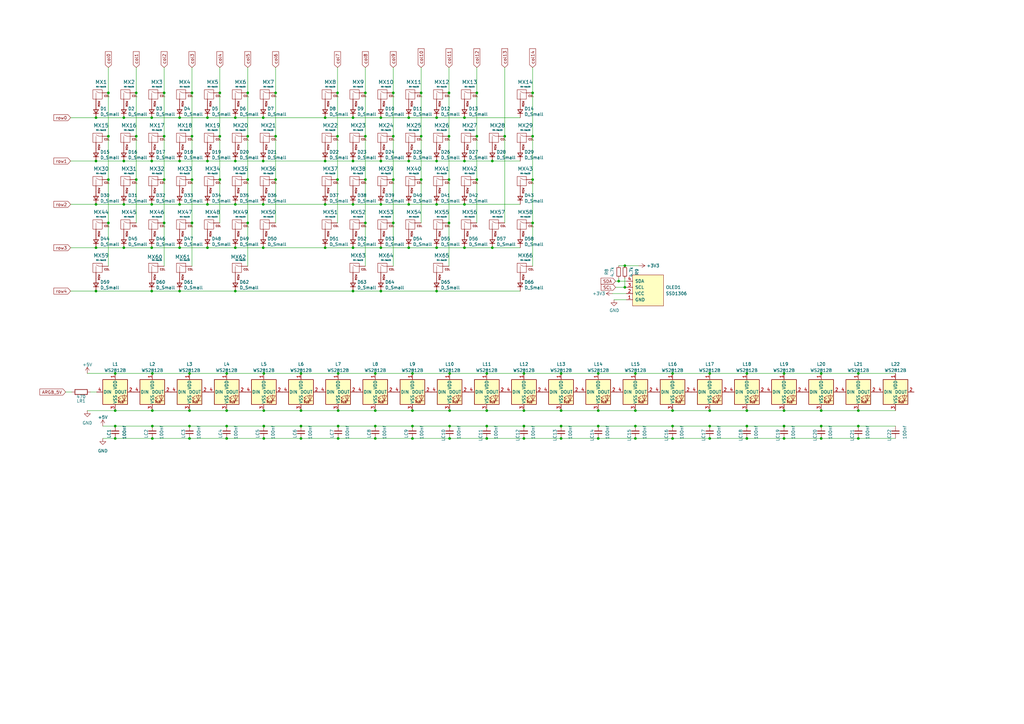
<source format=kicad_sch>
(kicad_sch (version 20211123) (generator eeschema)
  (paper "A3")
  (junction (at 133.35 48.26))
  (junction (at 256.286 108.966))
  (junction (at 161.29 73.66))
  (junction (at 275.844 168.402))
  (junction (at 90.17 73.66))
  (junction (at 172.72 38.1))
  (junction (at 336.804 179.832))
  (junction (at 77.724 168.402))
  (junction (at 156.21 119.38))
  (junction (at 169.164 179.832))
  (junction (at 291.084 168.402))
  (junction (at 172.72 55.88))
  (junction (at 321.564 153.162))
  (junction (at 108.204 153.162))
  (junction (at 113.03 55.88))
  (junction (at 352.044 153.162))
  (junction (at 199.644 174.752))
  (junction (at 73.66 48.26))
  (junction (at 321.564 179.832))
  (junction (at 218.44 73.66))
  (junction (at 67.31 73.66))
  (junction (at 291.084 153.162))
  (junction (at 336.804 168.402))
  (junction (at 77.724 174.752))
  (junction (at 55.88 73.66))
  (junction (at 214.884 174.752))
  (junction (at 156.21 48.26))
  (junction (at 96.52 119.38))
  (junction (at 62.484 153.162))
  (junction (at 85.09 66.04))
  (junction (at 275.844 153.162))
  (junction (at 107.95 83.82))
  (junction (at 179.07 101.6))
  (junction (at 179.07 83.82))
  (junction (at 108.204 179.832))
  (junction (at 62.484 179.832))
  (junction (at 62.23 48.26))
  (junction (at 39.37 119.38))
  (junction (at 92.964 179.832))
  (junction (at 184.404 179.832))
  (junction (at 275.844 179.832))
  (junction (at 291.084 179.832))
  (junction (at 107.95 66.04))
  (junction (at 133.35 83.82))
  (junction (at 230.124 153.162))
  (junction (at 156.21 66.04))
  (junction (at 144.78 119.38))
  (junction (at 96.52 66.04))
  (junction (at 245.364 168.402))
  (junction (at 67.31 91.44))
  (junction (at 39.37 66.04))
  (junction (at 199.644 179.832))
  (junction (at 90.17 55.88))
  (junction (at 85.09 101.6))
  (junction (at 184.404 153.162))
  (junction (at 245.364 179.832))
  (junction (at 156.21 101.6))
  (junction (at 306.324 174.752))
  (junction (at 153.924 179.832))
  (junction (at 123.444 179.832))
  (junction (at 214.884 179.832))
  (junction (at 218.44 55.88))
  (junction (at 195.58 55.88))
  (junction (at 101.6 91.44))
  (junction (at 306.324 153.162))
  (junction (at 113.03 73.66))
  (junction (at 245.364 174.752))
  (junction (at 199.644 168.402))
  (junction (at 62.23 119.38))
  (junction (at 85.09 83.82))
  (junction (at 172.72 73.66))
  (junction (at 47.244 168.402))
  (junction (at 62.484 168.402))
  (junction (at 78.74 73.66))
  (junction (at 321.564 174.752))
  (junction (at 96.52 83.82))
  (junction (at 39.37 48.26))
  (junction (at 352.044 179.832))
  (junction (at 190.5 83.82))
  (junction (at 73.66 119.38))
  (junction (at 260.604 153.162))
  (junction (at 161.29 55.88))
  (junction (at 138.684 179.832))
  (junction (at 167.64 66.04))
  (junction (at 78.74 55.88))
  (junction (at 230.124 174.752))
  (junction (at 144.78 66.04))
  (junction (at 169.164 153.162))
  (junction (at 190.5 101.6))
  (junction (at 90.17 38.1))
  (junction (at 78.74 38.1))
  (junction (at 67.31 38.1))
  (junction (at 138.684 174.752))
  (junction (at 123.444 174.752))
  (junction (at 44.45 55.88))
  (junction (at 44.45 73.66))
  (junction (at 101.6 73.66))
  (junction (at 184.404 168.402))
  (junction (at 149.86 91.44))
  (junction (at 113.03 38.1))
  (junction (at 144.78 48.26))
  (junction (at 153.924 153.162))
  (junction (at 101.6 55.88))
  (junction (at 190.5 66.04))
  (junction (at 138.684 153.162))
  (junction (at 321.564 168.402))
  (junction (at 153.924 174.752))
  (junction (at 39.37 101.6))
  (junction (at 55.88 55.88))
  (junction (at 184.404 174.752))
  (junction (at 256.286 117.856))
  (junction (at 179.07 119.38))
  (junction (at 62.484 174.752))
  (junction (at 275.844 174.752))
  (junction (at 167.64 101.6))
  (junction (at 245.364 153.162))
  (junction (at 260.604 174.752))
  (junction (at 123.444 168.402))
  (junction (at 156.21 83.82))
  (junction (at 153.924 168.402))
  (junction (at 138.43 73.66))
  (junction (at 336.804 174.752))
  (junction (at 138.43 55.88))
  (junction (at 149.86 55.88))
  (junction (at 169.164 174.752))
  (junction (at 44.45 38.1))
  (junction (at 108.204 174.752))
  (junction (at 161.29 91.44))
  (junction (at 167.64 48.26))
  (junction (at 169.164 168.402))
  (junction (at 108.204 168.402))
  (junction (at 306.324 179.832))
  (junction (at 184.15 38.1))
  (junction (at 218.44 91.44))
  (junction (at 39.37 83.82))
  (junction (at 179.07 48.26))
  (junction (at 47.244 179.832))
  (junction (at 306.324 168.402))
  (junction (at 190.5 48.26))
  (junction (at 73.66 83.82))
  (junction (at 199.644 153.162))
  (junction (at 78.74 91.44))
  (junction (at 107.95 48.26))
  (junction (at 67.31 55.88))
  (junction (at 62.23 83.82))
  (junction (at 336.804 153.162))
  (junction (at 230.124 168.402))
  (junction (at 161.29 38.1))
  (junction (at 50.8 83.82))
  (junction (at 50.8 66.04))
  (junction (at 167.64 83.82))
  (junction (at 77.724 179.832))
  (junction (at 201.93 66.04))
  (junction (at 214.884 153.162))
  (junction (at 107.95 101.6))
  (junction (at 123.444 153.162))
  (junction (at 207.01 55.88))
  (junction (at 214.884 168.402))
  (junction (at 184.15 55.88))
  (junction (at 230.124 179.832))
  (junction (at 101.6 38.1))
  (junction (at 260.604 168.402))
  (junction (at 352.044 168.402))
  (junction (at 96.52 48.26))
  (junction (at 50.8 48.26))
  (junction (at 352.044 174.752))
  (junction (at 55.88 38.1))
  (junction (at 44.45 91.44))
  (junction (at 62.23 66.04))
  (junction (at 92.964 174.752))
  (junction (at 85.09 48.26))
  (junction (at 73.66 101.6))
  (junction (at 149.86 73.66))
  (junction (at 144.78 83.82))
  (junction (at 77.724 153.162))
  (junction (at 138.43 38.1))
  (junction (at 149.86 38.1))
  (junction (at 133.35 101.6))
  (junction (at 50.8 101.6))
  (junction (at 47.244 153.162))
  (junction (at 218.44 38.1))
  (junction (at 144.78 101.6))
  (junction (at 138.684 168.402))
  (junction (at 96.52 101.6))
  (junction (at 47.244 174.752))
  (junction (at 260.604 179.832))
  (junction (at 291.084 174.752))
  (junction (at 184.15 73.66))
  (junction (at 184.15 91.44))
  (junction (at 195.58 73.66))
  (junction (at 201.93 101.6))
  (junction (at 195.58 38.1))
  (junction (at 179.07 66.04))
  (junction (at 92.964 153.162))
  (junction (at 133.35 66.04))
  (junction (at 62.23 101.6))
  (junction (at 253.746 115.316))
  (junction (at 92.964 168.402))
  (junction (at 73.66 66.04))
  (wire (pts (xy 108.204 174.752) (xy 123.444 174.752)))
  (wire (pts (xy 67.31 27.686) (xy 67.31 38.1)))
  (wire (pts (xy 44.45 38.1) (xy 44.45 55.88)))
  (wire (pts (xy 96.52 101.6) (xy 107.95 101.6)))
  (wire (pts (xy 184.15 73.66) (xy 184.15 91.44)))
  (wire (pts (xy 39.37 48.26) (xy 50.8 48.26)))
  (wire (pts (xy 107.95 83.82) (xy 133.35 83.82)))
  (wire (pts (xy 44.45 73.66) (xy 44.45 91.44)))
  (wire (pts (xy 260.604 179.832) (xy 275.844 179.832)))
  (wire (pts (xy 336.804 174.752) (xy 352.044 174.752)))
  (wire (pts (xy 101.6 38.1) (xy 101.6 55.88)))
  (wire (pts (xy 172.72 27.686) (xy 172.72 38.1)))
  (wire (pts (xy 336.804 179.832) (xy 352.044 179.832)))
  (wire (pts (xy 47.244 179.832) (xy 62.484 179.832)))
  (wire (pts (xy 156.21 66.04) (xy 167.64 66.04)))
  (wire (pts (xy 306.324 168.402) (xy 321.564 168.402)))
  (wire (pts (xy 195.58 27.686) (xy 195.58 38.1)))
  (wire (pts (xy 230.124 174.752) (xy 245.364 174.752)))
  (wire (pts (xy 169.164 168.402) (xy 184.404 168.402)))
  (wire (pts (xy 195.58 55.88) (xy 195.58 73.66)))
  (wire (pts (xy 42.164 174.752) (xy 47.244 174.752)))
  (wire (pts (xy 245.364 168.402) (xy 260.604 168.402)))
  (wire (pts (xy 252.476 117.856) (xy 256.286 117.856)))
  (wire (pts (xy 144.78 119.38) (xy 156.21 119.38)))
  (wire (pts (xy 113.03 27.686) (xy 113.03 38.1)))
  (wire (pts (xy 55.88 27.686) (xy 55.88 38.1)))
  (wire (pts (xy 149.86 91.44) (xy 149.86 109.22)))
  (wire (pts (xy 149.86 73.66) (xy 149.86 91.44)))
  (wire (pts (xy 161.29 73.66) (xy 161.29 91.44)))
  (wire (pts (xy 184.404 179.832) (xy 199.644 179.832)))
  (wire (pts (xy 190.5 83.82) (xy 213.36 83.82)))
  (wire (pts (xy 214.884 174.752) (xy 230.124 174.752)))
  (wire (pts (xy 156.21 48.26) (xy 167.64 48.26)))
  (wire (pts (xy 44.45 91.44) (xy 44.45 109.22)))
  (wire (pts (xy 47.244 153.162) (xy 62.484 153.162)))
  (wire (pts (xy 352.044 174.752) (xy 367.284 174.752)))
  (wire (pts (xy 92.964 168.402) (xy 108.204 168.402)))
  (wire (pts (xy 92.964 153.162) (xy 108.204 153.162)))
  (wire (pts (xy 47.244 168.402) (xy 62.484 168.402)))
  (wire (pts (xy 256.286 108.966) (xy 262.001 108.966)))
  (wire (pts (xy 144.78 83.82) (xy 156.21 83.82)))
  (wire (pts (xy 260.604 168.402) (xy 275.844 168.402)))
  (wire (pts (xy 245.364 174.752) (xy 260.604 174.752)))
  (wire (pts (xy 190.5 101.6) (xy 201.93 101.6)))
  (wire (pts (xy 50.8 66.04) (xy 62.23 66.04)))
  (wire (pts (xy 67.31 73.66) (xy 67.31 91.44)))
  (wire (pts (xy 96.52 66.04) (xy 107.95 66.04)))
  (wire (pts (xy 199.644 153.162) (xy 214.884 153.162)))
  (wire (pts (xy 138.43 55.88) (xy 138.43 73.66)))
  (wire (pts (xy 138.684 168.402) (xy 153.924 168.402)))
  (wire (pts (xy 179.07 101.6) (xy 190.5 101.6)))
  (wire (pts (xy 55.88 38.1) (xy 55.88 55.88)))
  (wire (pts (xy 153.924 179.832) (xy 169.164 179.832)))
  (wire (pts (xy 230.124 168.402) (xy 245.364 168.402)))
  (wire (pts (xy 96.52 48.26) (xy 107.95 48.26)))
  (wire (pts (xy 190.5 66.04) (xy 201.93 66.04)))
  (wire (pts (xy 44.45 27.686) (xy 44.45 38.1)))
  (wire (pts (xy 306.324 153.162) (xy 321.564 153.162)))
  (wire (pts (xy 85.09 66.04) (xy 96.52 66.04)))
  (wire (pts (xy 101.6 55.88) (xy 101.6 73.66)))
  (wire (pts (xy 161.29 38.1) (xy 161.29 55.88)))
  (wire (pts (xy 123.444 174.752) (xy 138.684 174.752)))
  (wire (pts (xy 336.804 153.162) (xy 352.044 153.162)))
  (wire (pts (xy 62.23 83.82) (xy 73.66 83.82)))
  (wire (pts (xy 179.07 66.04) (xy 190.5 66.04)))
  (wire (pts (xy 161.29 27.686) (xy 161.29 38.1)))
  (wire (pts (xy 101.6 27.686) (xy 101.6 38.1)))
  (wire (pts (xy 62.484 174.752) (xy 77.724 174.752)))
  (wire (pts (xy 352.044 168.402) (xy 367.284 168.402)))
  (wire (pts (xy 35.814 168.402) (xy 47.244 168.402)))
  (wire (pts (xy 153.924 153.162) (xy 169.164 153.162)))
  (wire (pts (xy 73.66 101.6) (xy 85.09 101.6)))
  (wire (pts (xy 96.52 119.38) (xy 144.78 119.38)))
  (wire (pts (xy 108.204 168.402) (xy 123.444 168.402)))
  (wire (pts (xy 123.444 153.162) (xy 138.684 153.162)))
  (wire (pts (xy 199.644 168.402) (xy 214.884 168.402)))
  (wire (pts (xy 156.21 101.6) (xy 167.64 101.6)))
  (wire (pts (xy 85.09 83.82) (xy 96.52 83.82)))
  (wire (pts (xy 195.58 73.66) (xy 195.58 91.44)))
  (wire (pts (xy 184.404 174.752) (xy 199.644 174.752)))
  (wire (pts (xy 218.44 38.1) (xy 218.44 55.88)))
  (wire (pts (xy 55.88 73.66) (xy 55.88 91.44)))
  (wire (pts (xy 256.286 117.856) (xy 256.921 117.856)))
  (wire (pts (xy 107.95 66.04) (xy 133.35 66.04)))
  (wire (pts (xy 73.66 119.38) (xy 96.52 119.38)))
  (wire (pts (xy 47.244 174.752) (xy 62.484 174.752)))
  (wire (pts (xy 167.64 66.04) (xy 179.07 66.04)))
  (wire (pts (xy 218.44 73.66) (xy 218.44 91.44)))
  (wire (pts (xy 77.724 174.752) (xy 92.964 174.752)))
  (wire (pts (xy 78.74 91.44) (xy 78.74 109.22)))
  (wire (pts (xy 214.884 153.162) (xy 230.124 153.162)))
  (wire (pts (xy 107.95 101.6) (xy 133.35 101.6)))
  (wire (pts (xy 169.164 179.832) (xy 184.404 179.832)))
  (wire (pts (xy 138.684 179.832) (xy 153.924 179.832)))
  (wire (pts (xy 153.924 168.402) (xy 169.164 168.402)))
  (wire (pts (xy 199.644 174.752) (xy 214.884 174.752)))
  (wire (pts (xy 39.37 101.6) (xy 50.8 101.6)))
  (wire (pts (xy 42.164 179.832) (xy 47.244 179.832)))
  (wire (pts (xy 90.17 38.1) (xy 90.17 55.88)))
  (wire (pts (xy 62.23 66.04) (xy 73.66 66.04)))
  (wire (pts (xy 133.35 66.04) (xy 144.78 66.04)))
  (wire (pts (xy 78.74 27.686) (xy 78.74 38.1)))
  (wire (pts (xy 50.8 48.26) (xy 62.23 48.26)))
  (wire (pts (xy 73.66 66.04) (xy 85.09 66.04)))
  (wire (pts (xy 172.72 38.1) (xy 172.72 55.88)))
  (wire (pts (xy 214.884 179.832) (xy 230.124 179.832)))
  (wire (pts (xy 37.084 160.782) (xy 39.624 160.782)))
  (wire (pts (xy 291.084 174.752) (xy 306.324 174.752)))
  (wire (pts (xy 77.724 168.402) (xy 92.964 168.402)))
  (wire (pts (xy 207.01 55.88) (xy 207.01 91.44)))
  (wire (pts (xy 96.52 83.82) (xy 107.95 83.82)))
  (wire (pts (xy 144.78 66.04) (xy 156.21 66.04)))
  (wire (pts (xy 73.66 48.26) (xy 85.09 48.26)))
  (wire (pts (xy 253.746 115.316) (xy 256.921 115.316)))
  (wire (pts (xy 77.724 179.832) (xy 92.964 179.832)))
  (wire (pts (xy 113.03 55.88) (xy 113.03 73.66)))
  (wire (pts (xy 275.844 179.832) (xy 291.084 179.832)))
  (wire (pts (xy 352.044 179.832) (xy 367.284 179.832)))
  (wire (pts (xy 230.124 179.832) (xy 245.364 179.832)))
  (wire (pts (xy 85.09 101.6) (xy 96.52 101.6)))
  (wire (pts (xy 179.07 48.26) (xy 190.5 48.26)))
  (wire (pts (xy 169.164 153.162) (xy 184.404 153.162)))
  (wire (pts (xy 28.956 66.04) (xy 39.37 66.04)))
  (wire (pts (xy 35.814 153.162) (xy 47.244 153.162)))
  (wire (pts (xy 101.6 73.66) (xy 101.6 91.44)))
  (wire (pts (xy 39.37 119.38) (xy 62.23 119.38)))
  (wire (pts (xy 172.72 73.66) (xy 172.72 91.44)))
  (wire (pts (xy 179.07 83.82) (xy 190.5 83.82)))
  (wire (pts (xy 245.364 179.832) (xy 260.604 179.832)))
  (wire (pts (xy 179.07 119.38) (xy 213.36 119.38)))
  (wire (pts (xy 123.444 179.832) (xy 138.684 179.832)))
  (wire (pts (xy 172.72 55.88) (xy 172.72 73.66)))
  (wire (pts (xy 113.03 38.1) (xy 113.03 55.88)))
  (wire (pts (xy 275.844 174.752) (xy 291.084 174.752)))
  (wire (pts (xy 108.204 153.162) (xy 123.444 153.162)))
  (wire (pts (xy 28.956 119.38) (xy 39.37 119.38)))
  (wire (pts (xy 149.86 27.686) (xy 149.86 38.1)))
  (wire (pts (xy 184.404 168.402) (xy 199.644 168.402)))
  (wire (pts (xy 251.206 120.396) (xy 256.921 120.396)))
  (wire (pts (xy 321.564 153.162) (xy 336.804 153.162)))
  (wire (pts (xy 138.43 27.686) (xy 138.43 38.1)))
  (wire (pts (xy 39.37 66.04) (xy 50.8 66.04)))
  (wire (pts (xy 321.564 179.832) (xy 336.804 179.832)))
  (wire (pts (xy 167.64 83.82) (xy 179.07 83.82)))
  (wire (pts (xy 50.8 101.6) (xy 62.23 101.6)))
  (wire (pts (xy 251.841 122.936) (xy 256.921 122.936)))
  (wire (pts (xy 153.924 174.752) (xy 169.164 174.752)))
  (wire (pts (xy 201.93 66.04) (xy 213.36 66.04)))
  (wire (pts (xy 101.6 91.44) (xy 101.6 109.22)))
  (wire (pts (xy 138.43 73.66) (xy 138.43 91.44)))
  (wire (pts (xy 252.476 115.316) (xy 253.746 115.316)))
  (wire (pts (xy 207.01 27.686) (xy 207.01 55.88)))
  (wire (pts (xy 201.93 101.6) (xy 213.36 101.6)))
  (wire (pts (xy 67.31 55.88) (xy 67.31 73.66)))
  (wire (pts (xy 92.964 174.752) (xy 108.204 174.752)))
  (wire (pts (xy 260.604 174.752) (xy 275.844 174.752)))
  (wire (pts (xy 306.324 174.752) (xy 321.564 174.752)))
  (wire (pts (xy 256.286 114.046) (xy 256.286 117.856)))
  (wire (pts (xy 62.23 48.26) (xy 73.66 48.26)))
  (wire (pts (xy 138.684 174.752) (xy 153.924 174.752)))
  (wire (pts (xy 184.15 91.44) (xy 184.15 109.22)))
  (wire (pts (xy 253.746 114.046) (xy 253.746 115.316)))
  (wire (pts (xy 90.17 55.88) (xy 90.17 73.66)))
  (wire (pts (xy 156.21 83.82) (xy 167.64 83.82)))
  (wire (pts (xy 28.956 48.26) (xy 39.37 48.26)))
  (wire (pts (xy 92.964 179.832) (xy 108.204 179.832)))
  (wire (pts (xy 67.31 38.1) (xy 67.31 55.88)))
  (wire (pts (xy 253.746 108.966) (xy 256.286 108.966)))
  (wire (pts (xy 62.484 179.832) (xy 77.724 179.832)))
  (wire (pts (xy 306.324 179.832) (xy 321.564 179.832)))
  (wire (pts (xy 90.17 27.686) (xy 90.17 38.1)))
  (wire (pts (xy 245.364 153.162) (xy 260.604 153.162)))
  (wire (pts (xy 123.444 168.402) (xy 138.684 168.402)))
  (wire (pts (xy 107.95 48.26) (xy 133.35 48.26)))
  (wire (pts (xy 336.804 168.402) (xy 352.044 168.402)))
  (wire (pts (xy 199.644 179.832) (xy 214.884 179.832)))
  (wire (pts (xy 156.21 119.38) (xy 179.07 119.38)))
  (wire (pts (xy 195.58 38.1) (xy 195.58 55.88)))
  (wire (pts (xy 133.35 83.82) (xy 144.78 83.82)))
  (wire (pts (xy 133.35 48.26) (xy 144.78 48.26)))
  (wire (pts (xy 62.484 168.402) (xy 77.724 168.402)))
  (wire (pts (xy 108.204 179.832) (xy 123.444 179.832)))
  (wire (pts (xy 78.74 38.1) (xy 78.74 55.88)))
  (wire (pts (xy 184.404 153.162) (xy 199.644 153.162)))
  (wire (pts (xy 214.884 168.402) (xy 230.124 168.402)))
  (wire (pts (xy 230.124 153.162) (xy 245.364 153.162)))
  (wire (pts (xy 85.09 48.26) (xy 96.52 48.26)))
  (wire (pts (xy 149.86 55.88) (xy 149.86 73.66)))
  (wire (pts (xy 138.684 153.162) (xy 153.924 153.162)))
  (wire (pts (xy 50.8 83.82) (xy 62.23 83.82)))
  (wire (pts (xy 218.44 55.88) (xy 218.44 73.66)))
  (wire (pts (xy 62.484 153.162) (xy 77.724 153.162)))
  (wire (pts (xy 28.956 101.6) (xy 39.37 101.6)))
  (wire (pts (xy 291.084 179.832) (xy 306.324 179.832)))
  (wire (pts (xy 144.78 48.26) (xy 156.21 48.26)))
  (wire (pts (xy 138.43 38.1) (xy 138.43 55.88)))
  (wire (pts (xy 55.88 55.88) (xy 55.88 73.66)))
  (wire (pts (xy 190.5 48.26) (xy 213.36 48.26)))
  (wire (pts (xy 275.844 153.162) (xy 291.084 153.162)))
  (wire (pts (xy 73.66 83.82) (xy 85.09 83.82)))
  (wire (pts (xy 113.03 73.66) (xy 113.03 91.44)))
  (wire (pts (xy 169.164 174.752) (xy 184.404 174.752)))
  (wire (pts (xy 321.564 174.752) (xy 336.804 174.752)))
  (wire (pts (xy 62.23 119.38) (xy 73.66 119.38)))
  (wire (pts (xy 90.17 73.66) (xy 90.17 91.44)))
  (wire (pts (xy 28.956 83.82) (xy 39.37 83.82)))
  (wire (pts (xy 133.35 101.6) (xy 144.78 101.6)))
  (wire (pts (xy 275.844 168.402) (xy 291.084 168.402)))
  (wire (pts (xy 184.15 27.686) (xy 184.15 38.1)))
  (wire (pts (xy 291.084 153.162) (xy 306.324 153.162)))
  (wire (pts (xy 77.724 153.162) (xy 92.964 153.162)))
  (wire (pts (xy 144.78 101.6) (xy 156.21 101.6)))
  (wire (pts (xy 167.64 48.26) (xy 179.07 48.26)))
  (wire (pts (xy 260.604 153.162) (xy 275.844 153.162)))
  (wire (pts (xy 78.74 73.66) (xy 78.74 91.44)))
  (wire (pts (xy 321.564 168.402) (xy 336.804 168.402)))
  (wire (pts (xy 352.044 153.162) (xy 367.284 153.162)))
  (wire (pts (xy 67.31 91.44) (xy 67.31 109.22)))
  (wire (pts (xy 39.37 83.82) (xy 50.8 83.82)))
  (wire (pts (xy 161.29 91.44) (xy 161.29 109.22)))
  (wire (pts (xy 44.45 55.88) (xy 44.45 73.66)))
  (wire (pts (xy 291.084 168.402) (xy 306.324 168.402)))
  (wire (pts (xy 149.86 38.1) (xy 149.86 55.88)))
  (wire (pts (xy 184.15 55.88) (xy 184.15 73.66)))
  (wire (pts (xy 78.74 55.88) (xy 78.74 73.66)))
  (wire (pts (xy 62.23 101.6) (xy 73.66 101.6)))
  (wire (pts (xy 161.29 55.88) (xy 161.29 73.66)))
  (wire (pts (xy 218.44 91.44) (xy 218.44 109.22)))
  (wire (pts (xy 167.64 101.6) (xy 179.07 101.6)))
  (wire (pts (xy 218.44 27.686) (xy 218.44 38.1)))
  (wire (pts (xy 26.924 160.782) (xy 29.464 160.782)))
  (wire (pts (xy 184.15 38.1) (xy 184.15 55.88)))
  (global_label "row2" (shape input) (at 28.956 83.82 180) (property "Intersheet References" "${INTERSHEET_REFS}" (effects hide)))
  (global_label "col10" (shape input) (at 172.72 27.686 90) (property "Intersheet References" "${INTERSHEET_REFS}" (effects hide)))
  (global_label "row3" (shape input) (at 28.956 101.6 180) (property "Intersheet References" "${INTERSHEET_REFS}" (effects hide)))
  (global_label "col4" (shape input) (at 90.17 27.686 90) (property "Intersheet References" "${INTERSHEET_REFS}" (effects hide)))
  (global_label "ARGB_5V" (shape input) (at 26.924 160.782 180) (property "Intersheet References" "${INTERSHEET_REFS}" (effects hide)))
  (global_label "row4" (shape input) (at 28.956 119.38 180) (property "Intersheet References" "${INTERSHEET_REFS}" (effects hide)))
  (global_label "col1" (shape input) (at 55.88 27.686 90) (property "Intersheet References" "${INTERSHEET_REFS}" (effects hide)))
  (global_label "SCL" (shape input) (at 252.476 117.856 180) (property "Intersheet References" "${INTERSHEET_REFS}" (effects hide)))
  (global_label "col7" (shape input) (at 138.43 27.686 90) (property "Intersheet References" "${INTERSHEET_REFS}" (effects hide)))
  (global_label "col8" (shape input) (at 149.86 27.686 90) (property "Intersheet References" "${INTERSHEET_REFS}" (effects hide)))
  (global_label "col14" (shape input) (at 218.44 27.686 90) (property "Intersheet References" "${INTERSHEET_REFS}" (effects hide)))
  (global_label "col3" (shape input) (at 78.74 27.686 90) (property "Intersheet References" "${INTERSHEET_REFS}" (effects hide)))
  (global_label "col2" (shape input) (at 67.31 27.686 90) (property "Intersheet References" "${INTERSHEET_REFS}" (effects hide)))
  (global_label "col9" (shape input) (at 161.29 27.686 90) (property "Intersheet References" "${INTERSHEET_REFS}" (effects hide)))
  (global_label "col0" (shape input) (at 44.45 27.686 90) (property "Intersheet References" "${INTERSHEET_REFS}" (effects hide)))
  (global_label "row1" (shape input) (at 28.956 66.04 180) (property "Intersheet References" "${INTERSHEET_REFS}" (effects hide)))
  (global_label "row0" (shape input) (at 28.956 48.26 180) (property "Intersheet References" "${INTERSHEET_REFS}" (effects hide)))
  (global_label "col6" (shape input) (at 113.03 27.686 90) (property "Intersheet References" "${INTERSHEET_REFS}" (effects hide)))
  (global_label "col12" (shape input) (at 195.58 27.686 90) (property "Intersheet References" "${INTERSHEET_REFS}" (effects hide)))
  (global_label "col13" (shape input) (at 207.01 27.686 90) (property "Intersheet References" "${INTERSHEET_REFS}" (effects hide)))
  (global_label "col5" (shape input) (at 101.6 27.686 90) (property "Intersheet References" "${INTERSHEET_REFS}" (effects hide)))
  (global_label "SDA" (shape input) (at 252.476 115.316 180) (property "Intersheet References" "${INTERSHEET_REFS}" (effects hide)))
  (global_label "col11" (shape input) (at 184.15 27.686 90) (property "Intersheet References" "${INTERSHEET_REFS}" (effects hide)))
  (symbol (lib_id "Device:D_Small") (at 156.21 63.5 90) (unit 1)
    (property "Reference" "D24" (at 157.9372 62.357 90) (effects (justify right)))
    (property "Value" "D_Small" (at 157.9372 64.643 90) (effects (justify right)))
    (property "Footprint" "acheron_Components:D_SOD-123" (effects hide))
    (property "LCSC" "C81598" (effects hide))
  )
  (symbol (lib_id "MX_Alps_Hybrid:MX-NoLED") (at 74.93 39.37 0) (unit 1)
    (property "Reference" "MX4" (at 75.7682 33.6804 0) (effects (font (size 1.524 1.524))))
    (property "Value" "MX-NoLED" (at 75.7682 35.5854 0) (effects (font (size 0.508 0.508))))
    (property "Footprint" "acheron_MXHR:MX100H" (effects hide))
  )
  (symbol (lib_id "Device:D_Small") (at 167.64 63.5 90) (unit 1)
    (property "Reference" "D25" (at 169.3672 62.357 90) (effects (justify right)))
    (property "Value" "D_Small" (at 169.3672 64.643 90) (effects (justify right)))
    (property "Footprint" "acheron_Components:D_SOD-123" (effects hide))
    (property "LCSC" "C81598" (effects hide))
  )
  (symbol (lib_id "MX_Alps_Hybrid:MX-NoLED") (at 191.77 74.93 0) (unit 1)
    (property "Reference" "MX42" (at 192.6082 69.2404 0) (effects (font (size 1.524 1.524))))
    (property "Value" "MX-NoLED" (at 192.6082 71.1454 0) (effects (font (size 0.508 0.508))))
    (property "Footprint" "acheron_MXHR:MX100H" (effects hide))
  )
  (symbol (lib_id "Device:D_Small") (at 213.36 116.84 90) (unit 1)
    (property "Reference" "D66" (at 215.0872 115.697 90) (effects (justify right)))
    (property "Value" "D_Small" (at 215.0872 117.983 90) (effects (justify right)))
    (property "Footprint" "acheron_Components:D_SOD-123" (effects hide))
    (property "LCSC" "C81598" (effects hide))
  )
  (symbol (lib_id "Device:D_Small") (at 39.37 63.5 90) (unit 1)
    (property "Reference" "D15" (at 41.0972 62.357 90) (effects (justify right)))
    (property "Value" "D_Small" (at 41.0972 64.643 90) (effects (justify right)))
    (property "Footprint" "acheron_Components:D_SOD-123" (effects hide))
    (property "LCSC" "C81598" (effects hide))
  )
  (symbol (lib_id "LED:WS2812B") (at 77.724 160.782 0) (unit 1)
    (property "Reference" "L3" (at 77.724 149.352 0))
    (property "Value" "WS2812B" (at 77.724 151.892 0))
    (property "Footprint" "deskdaily_components:WS2812B" (effects hide))
    (property "Datasheet" "https://cdn-shop.adafruit.com/datasheets/WS2812B.pdf" (effects hide))
  )
  (symbol (lib_id "MX_Alps_Hybrid:MX-NoLED") (at 168.91 39.37 0) (unit 1)
    (property "Reference" "MX11" (at 169.7482 33.6804 0) (effects (font (size 1.524 1.524))))
    (property "Value" "MX-NoLED" (at 169.7482 35.5854 0) (effects (font (size 0.508 0.508))))
    (property "Footprint" "acheron_MXHR:MX100H" (effects hide))
  )
  (symbol (lib_id "Device:D_Small") (at 85.09 63.5 90) (unit 1)
    (property "Reference" "D19" (at 86.8172 62.357 90) (effects (justify right)))
    (property "Value" "D_Small" (at 86.8172 64.643 90) (effects (justify right)))
    (property "Footprint" "acheron_Components:D_SOD-123" (effects hide))
    (property "LCSC" "C81598" (effects hide))
  )
  (symbol (lib_id "Device:C_Small") (at 108.204 177.292 180) (unit 1)
    (property "Reference" "LC5" (at 105.664 176.022 90) (effects (justify left)))
    (property "Value" "100nf" (at 112.0028 174.4716 90) (effects (justify left)))
    (property "Footprint" "Capacitor_SMD:C_0603_1608Metric" (effects hide))
  )
  (symbol (lib_id "Device:D_Small") (at 50.8 45.72 90) (unit 1)
    (property "Reference" "D2" (at 52.5272 44.577 90) (effects (justify right)))
    (property "Value" "D_Small" (at 52.5272 46.863 90) (effects (justify right)))
    (property "Footprint" "acheron_Components:D_SOD-123" (effects hide))
    (property "LCSC" "C81598" (effects hide))
  )
  (symbol (lib_id "MX_Alps_Hybrid:MX-NoLED") (at 86.36 74.93 0) (unit 1)
    (property "Reference" "MX34" (at 87.1982 69.2404 0) (effects (font (size 1.524 1.524))))
    (property "Value" "MX-NoLED" (at 87.1982 71.1454 0) (effects (font (size 0.508 0.508))))
    (property "Footprint" "acheron_MXHR:MX100H" (effects hide))
  )
  (symbol (lib_id "Device:D_Small") (at 213.36 81.28 90) (unit 1)
    (property "Reference" "D43" (at 215.0872 80.137 90) (effects (justify right)))
    (property "Value" "D_Small" (at 215.0872 82.423 90) (effects (justify right)))
    (property "Footprint" "acheron_Components:D_SOD-123" (effects hide))
    (property "LCSC" "C81598" (effects hide))
  )
  (symbol (lib_id "MX_Alps_Hybrid:MX-NoLED") (at 180.34 57.15 0) (unit 1)
    (property "Reference" "MX26" (at 181.1782 51.4604 0) (effects (font (size 1.524 1.524))))
    (property "Value" "MX-NoLED" (at 181.1782 53.3654 0) (effects (font (size 0.508 0.508))))
    (property "Footprint" "acheron_MXHR:MX100H" (effects hide))
  )
  (symbol (lib_id "Device:C_Small") (at 184.404 177.292 180) (unit 1)
    (property "Reference" "LC10" (at 181.864 176.022 90) (effects (justify left)))
    (property "Value" "100nf" (at 188.2028 174.4716 90) (effects (justify left)))
    (property "Footprint" "Capacitor_SMD:C_0603_1608Metric" (effects hide))
  )
  (symbol (lib_id "LED:WS2812B") (at 138.684 160.782 0) (unit 1)
    (property "Reference" "L7" (at 138.684 149.352 0))
    (property "Value" "WS2812B" (at 138.684 151.892 0))
    (property "Footprint" "deskdaily_components:WS2812B" (effects hide))
    (property "Datasheet" "https://cdn-shop.adafruit.com/datasheets/WS2812B.pdf" (effects hide))
  )
  (symbol (lib_id "Device:D_Small") (at 85.09 81.28 90) (unit 1)
    (property "Reference" "D34" (at 86.8172 80.137 90) (effects (justify right)))
    (property "Value" "D_Small" (at 86.8172 82.423 90) (effects (justify right)))
    (property "Footprint" "acheron_Components:D_SOD-123" (effects hide))
    (property "LCSC" "C81598" (effects hide))
  )
  (symbol (lib_id "Device:C_Small") (at 291.084 177.292 180) (unit 1)
    (property "Reference" "LC17" (at 288.544 176.022 90) (effects (justify left)))
    (property "Value" "100nf" (at 294.8828 174.4716 90) (effects (justify left)))
    (property "Footprint" "Capacitor_SMD:C_0603_1608Metric" (effects hide))
  )
  (symbol (lib_id "power:+3V3") (at 262.001 108.966 270) (unit 1)
    (property "Reference" "#PWR040" (effects hide))
    (property "Value" "+3V3" (at 265.176 108.9659 90) (effects (justify left)))
  )
  (symbol (lib_id "Device:D_Small") (at 156.21 81.28 90) (unit 1)
    (property "Reference" "D39" (at 157.9372 80.137 90) (effects (justify right)))
    (property "Value" "D_Small" (at 157.9372 82.423 90) (effects (justify right)))
    (property "Footprint" "acheron_Components:D_SOD-123" (effects hide))
    (property "LCSC" "C81598" (effects hide))
  )
  (symbol (lib_id "MX_Alps_Hybrid:MX-NoLED") (at 146.05 57.15 0) (unit 1)
    (property "Reference" "MX23" (at 146.8882 51.4604 0) (effects (font (size 1.524 1.524))))
    (property "Value" "MX-NoLED" (at 146.8882 53.3654 0) (effects (font (size 0.508 0.508))))
    (property "Footprint" "acheron_MXHR:MX100H" (effects hide))
  )
  (symbol (lib_id "Device:D_Small") (at 50.8 63.5 90) (unit 1)
    (property "Reference" "D16" (at 52.5272 62.357 90) (effects (justify right)))
    (property "Value" "D_Small" (at 52.5272 64.643 90) (effects (justify right)))
    (property "Footprint" "acheron_Components:D_SOD-123" (effects hide))
    (property "LCSC" "C81598" (effects hide))
  )
  (symbol (lib_id "Device:C_Small") (at 62.484 177.292 180) (unit 1)
    (property "Reference" "LC2" (at 59.944 176.022 90) (effects (justify left)))
    (property "Value" "100nf" (at 66.2828 174.4716 90) (effects (justify left)))
    (property "Footprint" "Capacitor_SMD:C_0603_1608Metric" (effects hide))
  )
  (symbol (lib_id "Device:R_Small") (at 256.286 111.506 0) (unit 1)
    (property "Reference" "R9" (at 261.239 111.506 90))
    (property "Value" "4.7k" (at 258.9276 111.506 90))
    (property "Footprint" "Resistor_SMD:R_0805_2012Metric" (effects hide))
  )
  (symbol (lib_id "LED:WS2812B") (at 199.644 160.782 0) (unit 1)
    (property "Reference" "L11" (at 199.644 149.352 0))
    (property "Value" "WS2812B" (at 199.644 151.892 0))
    (property "Footprint" "deskdaily_components:WS2812B" (effects hide))
    (property "Datasheet" "https://cdn-shop.adafruit.com/datasheets/WS2812B.pdf" (effects hide))
  )
  (symbol (lib_id "Device:D_Small") (at 39.37 45.72 90) (unit 1)
    (property "Reference" "D1" (at 41.0972 44.577 90) (effects (justify right)))
    (property "Value" "D_Small" (at 41.0972 46.863 90) (effects (justify right)))
    (property "Footprint" "acheron_Components:D_SOD-123" (effects hide))
    (property "LCSC" "C81598" (effects hide))
  )
  (symbol (lib_id "MX_Alps_Hybrid:MX-NoLED") (at 74.93 110.49 0) (unit 1)
    (property "Reference" "MX61" (at 74.93 105.41 0) (effects (font (size 1.524 1.524))))
    (property "Value" "MX-NoLED" (at 75.7682 106.7054 0) (effects (font (size 0.508 0.508))))
    (property "Footprint" "acheron_MXHR:MX125H" (effects hide))
  )
  (symbol (lib_id "MX_Alps_Hybrid:MX-NoLED") (at 214.63 39.37 0) (unit 1)
    (property "Reference" "MX14" (at 215.4682 33.6804 0) (effects (font (size 1.524 1.524))))
    (property "Value" "MX-NoLED" (at 215.4682 35.5854 0) (effects (font (size 0.508 0.508))))
    (property "Footprint" "acheron_MXHR:MX200H" (effects hide))
  )
  (symbol (lib_id "LED:WS2812B") (at 123.444 160.782 0) (unit 1)
    (property "Reference" "L6" (at 123.444 149.352 0))
    (property "Value" "WS2812B" (at 123.444 151.892 0))
    (property "Footprint" "deskdaily_components:WS2812B" (effects hide))
    (property "Datasheet" "https://cdn-shop.adafruit.com/datasheets/WS2812B.pdf" (effects hide))
  )
  (symbol (lib_id "LED:WS2812B") (at 62.484 160.782 0) (unit 1)
    (property "Reference" "L2" (at 62.484 149.352 0))
    (property "Value" "WS2812B" (at 62.484 151.892 0))
    (property "Footprint" "deskdaily_components:WS2812B" (effects hide))
    (property "Datasheet" "https://cdn-shop.adafruit.com/datasheets/WS2812B.pdf" (effects hide))
  )
  (symbol (lib_id "Device:D_Small") (at 73.66 63.5 90) (unit 1)
    (property "Reference" "D18" (at 75.3872 62.357 90) (effects (justify right)))
    (property "Value" "D_Small" (at 75.3872 64.643 90) (effects (justify right)))
    (property "Footprint" "acheron_Components:D_SOD-123" (effects hide))
    (property "LCSC" "C81598" (effects hide))
  )
  (symbol (lib_id "MX_Alps_Hybrid:MX-NoLED") (at 109.22 74.93 0) (unit 1)
    (property "Reference" "MX36" (at 110.0582 69.2404 0) (effects (font (size 1.524 1.524))))
    (property "Value" "MX-NoLED" (at 110.0582 71.1454 0) (effects (font (size 0.508 0.508))))
    (property "Footprint" "acheron_MXHR:MX100H" (effects hide))
  )
  (symbol (lib_id "LED:WS2812B") (at 336.804 160.782 0) (unit 1)
    (property "Reference" "L20" (at 336.804 149.352 0))
    (property "Value" "WS2812B" (at 336.804 151.892 0))
    (property "Footprint" "deskdaily_components:WS2812B" (effects hide))
    (property "Datasheet" "https://cdn-shop.adafruit.com/datasheets/WS2812B.pdf" (effects hide))
  )
  (symbol (lib_id "Device:D_Small") (at 107.95 63.5 90) (unit 1)
    (property "Reference" "D21" (at 109.6772 62.357 90) (effects (justify right)))
    (property "Value" "D_Small" (at 109.6772 64.643 90) (effects (justify right)))
    (property "Footprint" "acheron_Components:D_SOD-123" (effects hide))
    (property "LCSC" "C81598" (effects hide))
  )
  (symbol (lib_id "Device:D_Small") (at 62.23 63.5 90) (unit 1)
    (property "Reference" "D17" (at 63.9572 62.357 90) (effects (justify right)))
    (property "Value" "D_Small" (at 63.9572 64.643 90) (effects (justify right)))
    (property "Footprint" "acheron_Components:D_SOD-123" (effects hide))
    (property "LCSC" "C81598" (effects hide))
  )
  (symbol (lib_id "Device:D_Small") (at 201.93 63.5 90) (unit 1)
    (property "Reference" "D28" (at 203.6572 62.357 90) (effects (justify right)))
    (property "Value" "D_Small" (at 203.6572 64.643 90) (effects (justify right)))
    (property "Footprint" "acheron_Components:D_SOD-123" (effects hide))
    (property "LCSC" "C81598" (effects hide))
  )
  (symbol (lib_id "LED:WS2812B") (at 367.284 160.782 0) (unit 1)
    (property "Reference" "L22" (at 367.284 149.352 0))
    (property "Value" "WS2812B" (at 367.284 151.892 0))
    (property "Footprint" "deskdaily_components:WS2812B" (effects hide))
    (property "Datasheet" "https://cdn-shop.adafruit.com/datasheets/WS2812B.pdf" (effects hide))
  )
  (symbol (lib_id "Device:D_Small") (at 156.21 116.84 90) (unit 1)
    (property "Reference" "D64" (at 157.9372 115.697 90) (effects (justify right)))
    (property "Value" "D_Small" (at 157.9372 117.983 90) (effects (justify right)))
    (property "Footprint" "acheron_Components:D_SOD-123" (effects hide))
    (property "LCSC" "C81598" (effects hide))
  )
  (symbol (lib_id "MX_Alps_Hybrid:MX-NoLED") (at 157.48 57.15 0) (unit 1)
    (property "Reference" "MX24" (at 158.3182 51.4604 0) (effects (font (size 1.524 1.524))))
    (property "Value" "MX-NoLED" (at 158.3182 53.3654 0) (effects (font (size 0.508 0.508))))
    (property "Footprint" "acheron_MXHR:MX100H" (effects hide))
  )
  (symbol (lib_id "MX_Alps_Hybrid:MX-NoLED") (at 97.79 74.93 0) (unit 1)
    (property "Reference" "MX35" (at 98.6282 69.2404 0) (effects (font (size 1.524 1.524))))
    (property "Value" "MX-NoLED" (at 98.6282 71.1454 0) (effects (font (size 0.508 0.508))))
    (property "Footprint" "acheron_MXHR:MX100H" (effects hide))
  )
  (symbol (lib_id "LED:WS2812B") (at 321.564 160.782 0) (unit 1)
    (property "Reference" "L19" (at 321.564 149.352 0))
    (property "Value" "WS2812B" (at 321.564 151.892 0))
    (property "Footprint" "deskdaily_components:WS2812B" (effects hide))
    (property "Datasheet" "https://cdn-shop.adafruit.com/datasheets/WS2812B.pdf" (effects hide))
  )
  (symbol (lib_id "Device:D_Small") (at 190.5 45.72 90) (unit 1)
    (property "Reference" "D13" (at 192.2272 44.577 90) (effects (justify right)))
    (property "Value" "D_Small" (at 192.2272 46.863 90) (effects (justify right)))
    (property "Footprint" "acheron_Components:D_SOD-123" (effects hide))
    (property "LCSC" "C81598" (effects hide))
  )
  (symbol (lib_id "MX_Alps_Hybrid:MX-NoLED") (at 134.62 57.15 0) (unit 1)
    (property "Reference" "MX22" (at 135.4582 51.4604 0) (effects (font (size 1.524 1.524))))
    (property "Value" "MX-NoLED" (at 135.4582 53.3654 0) (effects (font (size 0.508 0.508))))
    (property "Footprint" "acheron_MXHR:MX100H" (effects hide))
  )
  (symbol (lib_id "power:+3V3") (at 251.206 120.396 90) (unit 1)
    (property "Reference" "#PWR041" (effects hide))
    (property "Value" "+3V3" (at 242.951 120.396 90) (effects (justify right)))
  )
  (symbol (lib_id "MX_Alps_Hybrid:MX-NoLED") (at 203.2 57.15 0) (unit 1)
    (property "Reference" "MX28" (at 204.0382 51.4604 0) (effects (font (size 1.524 1.524))))
    (property "Value" "MX-NoLED" (at 204.0382 53.3654 0) (effects (font (size 0.508 0.508))))
    (property "Footprint" "acheron_MXHR:MX100H" (effects hide))
  )
  (symbol (lib_id "Device:D_Small") (at 144.78 63.5 90) (unit 1)
    (property "Reference" "D23" (at 146.5072 62.357 90) (effects (justify right)))
    (property "Value" "D_Small" (at 146.5072 64.643 90) (effects (justify right)))
    (property "Footprint" "acheron_Components:D_SOD-123" (effects hide))
    (property "LCSC" "C81598" (effects hide))
  )
  (symbol (lib_id "MX_Alps_Hybrid:MX-NoLED") (at 214.63 110.49 0) (unit 1)
    (property "Reference" "MX66" (at 215.4682 104.8004 0) (effects (font (size 1.524 1.524))))
    (property "Value" "MX-NoLED" (at 215.4682 106.7054 0) (effects (font (size 0.508 0.508))))
    (property "Footprint" "acheron_MXHR:MX125H" (effects hide))
  )
  (symbol (lib_id "MX_Alps_Hybrid:MX-NoLED") (at 109.22 39.37 0) (unit 1)
    (property "Reference" "MX7" (at 110.0582 33.6804 0) (effects (font (size 1.524 1.524))))
    (property "Value" "MX-NoLED" (at 110.0582 35.5854 0) (effects (font (size 0.508 0.508))))
    (property "Footprint" "acheron_MXHR:MX100H" (effects hide))
  )
  (symbol (lib_id "Device:D_Small") (at 190.5 63.5 90) (unit 1)
    (property "Reference" "D27" (at 192.2272 62.357 90) (effects (justify right)))
    (property "Value" "D_Small" (at 192.2272 64.643 90) (effects (justify right)))
    (property "Footprint" "acheron_Components:D_SOD-123" (effects hide))
    (property "LCSC" "C81598" (effects hide))
  )
  (symbol (lib_id "LED:WS2812B") (at 275.844 160.782 0) (unit 1)
    (property "Reference" "L16" (at 275.844 149.352 0))
    (property "Value" "WS2812B" (at 275.844 151.892 0))
    (property "Footprint" "deskdaily_components:WS2812B" (effects hide))
    (property "Datasheet" "https://cdn-shop.adafruit.com/datasheets/WS2812B.pdf" (effects hide))
  )
  (symbol (lib_id "MX_Alps_Hybrid:MX-NoLED") (at 52.07 92.71 0) (unit 1)
    (property "Reference" "MX45" (at 52.9082 87.0204 0) (effects (font (size 1.524 1.524))))
    (property "Value" "MX-NoLED" (at 52.9082 88.9254 0) (effects (font (size 0.508 0.508))))
    (property "Footprint" "acheron_MXHR:MX225H" (effects hide))
  )
  (symbol (lib_id "Device:D_Small") (at 213.36 99.06 90) (unit 1)
    (property "Reference" "D58" (at 215.0872 97.917 90) (effects (justify right)))
    (property "Value" "D_Small" (at 215.0872 100.203 90) (effects (justify right)))
    (property "Footprint" "acheron_Components:D_SOD-123" (effects hide))
    (property "LCSC" "C81598" (effects hide))
  )
  (symbol (lib_id "LED:WS2812B") (at 108.204 160.782 0) (unit 1)
    (property "Reference" "L5" (at 108.204 149.352 0))
    (property "Value" "WS2812B" (at 108.204 151.892 0))
    (property "Footprint" "deskdaily_components:WS2812B" (effects hide))
    (property "Datasheet" "https://cdn-shop.adafruit.com/datasheets/WS2812B.pdf" (effects hide))
  )
  (symbol (lib_id "Device:D_Small") (at 50.8 99.06 90) (unit 1)
    (property "Reference" "D45" (at 52.5272 97.917 90) (effects (justify right)))
    (property "Value" "D_Small" (at 52.5272 100.203 90) (effects (justify right)))
    (property "Footprint" "acheron_Components:D_SOD-123" (effects hide))
    (property "LCSC" "C81598" (effects hide))
  )
  (symbol (lib_id "Device:R") (at 33.274 160.782 90) (unit 1)
    (property "Reference" "LR1" (at 33.274 164.465 90))
    (property "Value" "470" (at 33.274 162.687 90))
    (property "Footprint" "Resistor_SMD:R_0805_2012Metric" (effects hide))
    (property "LCSC PN" "C23179" (effects hide))
  )
  (symbol (lib_id "LED:WS2812B") (at 291.084 160.782 0) (unit 1)
    (property "Reference" "L17" (at 291.084 149.352 0))
    (property "Value" "WS2812B" (at 291.084 151.892 0))
    (property "Footprint" "deskdaily_components:WS2812B" (effects hide))
    (property "Datasheet" "https://cdn-shop.adafruit.com/datasheets/WS2812B.pdf" (effects hide))
  )
  (symbol (lib_id "LED:WS2812B") (at 245.364 160.782 0) (unit 1)
    (property "Reference" "L14" (at 245.364 149.352 0))
    (property "Value" "WS2812B" (at 245.364 151.892 0))
    (property "Footprint" "deskdaily_components:WS2812B" (effects hide))
    (property "Datasheet" "https://cdn-shop.adafruit.com/datasheets/WS2812B.pdf" (effects hide))
  )
  (symbol (lib_id "Device:C_Small") (at 352.044 177.292 180) (unit 1)
    (property "Reference" "LC21" (at 349.504 176.022 90) (effects (justify left)))
    (property "Value" "100nf" (at 355.8428 174.4716 90) (effects (justify left)))
    (property "Footprint" "Capacitor_SMD:C_0603_1608Metric" (effects hide))
  )
  (symbol (lib_id "Device:D_Small") (at 50.8 81.28 90) (unit 1)
    (property "Reference" "D31" (at 52.5272 80.137 90) (effects (justify right)))
    (property "Value" "D_Small" (at 52.5272 82.423 90) (effects (justify right)))
    (property "Footprint" "acheron_Components:D_SOD-123" (effects hide))
    (property "LCSC" "C81598" (effects hide))
  )
  (symbol (lib_id "MX_Alps_Hybrid:MX-NoLED") (at 157.48 92.71 0) (unit 1)
    (property "Reference" "MX53" (at 158.3182 87.0204 0) (effects (font (size 1.524 1.524))))
    (property "Value" "MX-NoLED" (at 158.3182 88.9254 0) (effects (font (size 0.508 0.508))))
    (property "Footprint" "acheron_MXHR:MX100H" (effects hide))
  )
  (symbol (lib_id "Device:C_Small") (at 336.804 177.292 180) (unit 1)
    (property "Reference" "LC20" (at 334.264 176.022 90) (effects (justify left)))
    (property "Value" "100nf" (at 340.6028 174.4716 90) (effects (justify left)))
    (property "Footprint" "Capacitor_SMD:C_0603_1608Metric" (effects hide))
  )
  (symbol (lib_id "MX_Alps_Hybrid:MX-NoLED") (at 109.22 57.15 0) (unit 1)
    (property "Reference" "MX21" (at 110.0582 51.4604 0) (effects (font (size 1.524 1.524))))
    (property "Value" "MX-NoLED" (at 110.0582 53.3654 0) (effects (font (size 0.508 0.508))))
    (property "Footprint" "acheron_MXHR:MX100H" (effects hide))
  )
  (symbol (lib_id "Device:C_Small") (at 123.444 177.292 180) (unit 1)
    (property "Reference" "LC6" (at 120.904 176.022 90) (effects (justify left)))
    (property "Value" "100nf" (at 127.2428 174.4716 90) (effects (justify left)))
    (property "Footprint" "Capacitor_SMD:C_0603_1608Metric" (effects hide))
  )
  (symbol (lib_id "Device:D_Small") (at 96.52 81.28 90) (unit 1)
    (property "Reference" "D35" (at 98.2472 80.137 90) (effects (justify right)))
    (property "Value" "D_Small" (at 98.2472 82.423 90) (effects (justify right)))
    (property "Footprint" "acheron_Components:D_SOD-123" (effects hide))
    (property "LCSC" "C81598" (effects hide))
  )
  (symbol (lib_id "LED:WS2812B") (at 47.244 160.782 0) (unit 1)
    (property "Reference" "L1" (at 47.244 149.352 0))
    (property "Value" "WS2812B" (at 47.244 151.892 0))
    (property "Footprint" "deskdaily_components:WS2812B" (effects hide))
    (property "Datasheet" "https://cdn-shop.adafruit.com/datasheets/WS2812B.pdf" (effects hide))
  )
  (symbol (lib_id "Device:D_Small") (at 62.23 116.84 90) (unit 1)
    (property "Reference" "D60" (at 63.9572 115.697 90) (effects (justify right)))
    (property "Value" "D_Small" (at 63.9572 117.983 90) (effects (justify right)))
    (property "Footprint" "acheron_Components:D_SOD-123" (effects hide))
    (property "LCSC" "C81598" (effects hide))
  )
  (symbol (lib_id "Device:D_Small") (at 107.95 99.06 90) (unit 1)
    (property "Reference" "D50" (at 109.6772 97.917 90) (effects (justify right)))
    (property "Value" "D_Small" (at 109.6772 100.203 90) (effects (justify right)))
    (property "Footprint" "acheron_Components:D_SOD-123" (effects hide))
    (property "LCSC" "C81598" (effects hide))
  )
  (symbol (lib_id "Device:C_Small") (at 321.564 177.292 180) (unit 1)
    (property "Reference" "LC19" (at 319.024 176.022 90) (effects (justify left)))
    (property "Value" "100nf" (at 325.3628 174.4716 90) (effects (justify left)))
    (property "Footprint" "Capacitor_SMD:C_0603_1608Metric" (effects hide))
  )
  (symbol (lib_id "Device:D_Small") (at 39.37 99.06 90) (unit 1)
    (property "Reference" "D44" (at 41.0972 97.917 90) (effects (justify right)))
    (property "Value" "D_Small" (at 41.0972 100.203 90) (effects (justify right)))
    (property "Footprint" "acheron_Components:D_SOD-123" (effects hide))
    (property "LCSC" "C81598" (effects hide))
  )
  (symbol (lib_id "Device:D_Small") (at 73.66 99.06 90) (unit 1)
    (property "Reference" "D47" (at 75.3872 97.917 90) (effects (justify right)))
    (property "Value" "D_Small" (at 75.3872 100.203 90) (effects (justify right)))
    (property "Footprint" "acheron_Components:D_SOD-123" (effects hide))
    (property "LCSC" "C81598" (effects hide))
  )
  (symbol (lib_id "power:GND") (at 35.814 168.402 0) (unit 1)
    (property "Reference" "#PWR037" (effects hide))
    (property "Value" "GND" (at 35.814 173.482 0))
  )
  (symbol (lib_id "MX_Alps_Hybrid:MX-NoLED") (at 146.05 39.37 0) (unit 1)
    (property "Reference" "MX9" (at 146.8882 33.6804 0) (effects (font (size 1.524 1.524))))
    (property "Value" "MX-NoLED" (at 146.8882 35.5854 0) (effects (font (size 0.508 0.508))))
    (property "Footprint" "acheron_MXHR:MX100H" (effects hide))
  )
  (symbol (lib_id "power:+5V") (at 42.164 174.752 0) (unit 1)
    (property "Reference" "#PWR038" (effects hide))
    (property "Value" "+5V" (at 42.164 171.1475 0))
  )
  (symbol (lib_id "MX_Alps_Hybrid:MX-NoLED") (at 180.34 110.49 0) (unit 1)
    (property "Reference" "MX65" (at 181.1782 104.8004 0) (effects (font (size 1.524 1.524))))
    (property "Value" "MX-NoLED" (at 181.1782 106.7054 0) (effects (font (size 0.508 0.508))))
    (property "Footprint" "acheron_MXHR:MX100H" (effects hide))
  )
  (symbol (lib_id "LED:WS2812B") (at 153.924 160.782 0) (unit 1)
    (property "Reference" "L8" (at 153.924 149.352 0))
    (property "Value" "WS2812B" (at 153.924 151.892 0))
    (property "Footprint" "deskdaily_components:WS2812B" (effects hide))
    (property "Datasheet" "https://cdn-shop.adafruit.com/datasheets/WS2812B.pdf" (effects hide))
  )
  (symbol (lib_id "Device:D_Small") (at 179.07 45.72 90) (unit 1)
    (property "Reference" "D12" (at 180.7972 44.577 90) (effects (justify right)))
    (property "Value" "D_Small" (at 180.7972 46.863 90) (effects (justify right)))
    (property "Footprint" "acheron_Components:D_SOD-123" (effects hide))
    (property "LCSC" "C81598" (effects hide))
  )
  (symbol (lib_id "MX_Alps_Hybrid:MX-NoLED") (at 168.91 74.93 0) (unit 1)
    (property "Reference" "MX40" (at 169.7482 69.2404 0) (effects (font (size 1.524 1.524))))
    (property "Value" "MX-NoLED" (at 169.7482 71.1454 0) (effects (font (size 0.508 0.508))))
    (property "Footprint" "acheron_MXHR:MX100H" (effects hide))
  )
  (symbol (lib_id "LED:WS2812B") (at 214.884 160.782 0) (unit 1)
    (property "Reference" "L12" (at 214.884 149.352 0))
    (property "Value" "WS2812B" (at 214.884 151.892 0))
    (property "Footprint" "deskdaily_components:WS2812B" (effects hide))
    (property "Datasheet" "https://cdn-shop.adafruit.com/datasheets/WS2812B.pdf" (effects hide))
  )
  (symbol (lib_id "MX_Alps_Hybrid:MX-NoLED") (at 180.34 74.93 0) (unit 1)
    (property "Reference" "MX41" (at 181.1782 69.2404 0) (effects (font (size 1.524 1.524))))
    (property "Value" "MX-NoLED" (at 181.1782 71.1454 0) (effects (font (size 0.508 0.508))))
    (property "Footprint" "acheron_MXHR:MX100H" (effects hide))
  )
  (symbol (lib_id "Device:C_Small") (at 260.604 177.292 180) (unit 1)
    (property "Reference" "LC15" (at 258.064 176.022 90) (effects (justify left)))
    (property "Value" "100nf" (at 264.4028 174.4716 90) (effects (justify left)))
    (property "Footprint" "Capacitor_SMD:C_0603_1608Metric" (effects hide))
  )
  (symbol (lib_id "Device:D_Small") (at 107.95 81.28 90) (unit 1)
    (property "Reference" "D36" (at 109.6772 80.137 90) (effects (justify right)))
    (property "Value" "D_Small" (at 109.6772 82.423 90) (effects (justify right)))
    (property "Footprint" "acheron_Components:D_SOD-123" (effects hide))
    (property "LCSC" "C81598" (effects hide))
  )
  (symbol (lib_id "MX_Alps_Hybrid:MX-NoLED") (at 180.34 39.37 0) (unit 1)
    (property "Reference" "MX12" (at 181.1782 33.6804 0) (effects (font (size 1.524 1.524))))
    (property "Value" "MX-NoLED" (at 181.1782 35.5854 0) (effects (font (size 0.508 0.508))))
    (property "Footprint" "acheron_MXHR:MX100H" (effects hide))
  )
  (symbol (lib_id "Device:C_Small") (at 138.684 177.292 180) (unit 1)
    (property "Reference" "LC7" (at 136.144 176.022 90) (effects (justify left)))
    (property "Value" "100nf" (at 142.4828 174.4716 90) (effects (justify left)))
    (property "Footprint" "Capacitor_SMD:C_0603_1608Metric" (effects hide))
  )
  (symbol (lib_id "Device:D_Small") (at 156.21 45.72 90) (unit 1)
    (property "Reference" "D10" (at 157.9372 44.577 90) (effects (justify right)))
    (property "Value" "D_Small" (at 157.9372 46.863 90) (effects (justify right)))
    (property "Footprint" "acheron_Components:D_SOD-123" (effects hide))
    (property "LCSC" "C81598" (effects hide))
  )
  (symbol (lib_id "Device:C_Small") (at 153.924 177.292 180) (unit 1)
    (property "Reference" "LC8" (at 151.384 176.022 90) (effects (justify left)))
    (property "Value" "100nf" (at 157.7228 174.4716 90) (effects (justify left)))
    (property "Footprint" "Capacitor_SMD:C_0603_1608Metric" (effects hide))
  )
  (symbol (lib_id "MX_Alps_Hybrid:MX-NoLED") (at 168.91 92.71 0) (unit 1)
    (property "Reference" "MX54" (at 169.7482 87.0204 0) (effects (font (size 1.524 1.524))))
    (property "Value" "MX-NoLED" (at 169.7482 88.9254 0) (effects (font (size 0.508 0.508))))
    (property "Footprint" "acheron_MXHR:MX100H" (effects hide))
  )
  (symbol (lib_id "MX_Alps_Hybrid:MX-NoLED") (at 97.79 57.15 0) (unit 1)
    (property "Reference" "MX20" (at 98.6282 51.4604 0) (effects (font (size 1.524 1.524))))
    (property "Value" "MX-NoLED" (at 98.6282 53.3654 0) (effects (font (size 0.508 0.508))))
    (property "Footprint" "acheron_MXHR:MX100H" (effects hide))
  )
  (symbol (lib_id "LED:WS2812B") (at 184.404 160.782 0) (unit 1)
    (property "Reference" "L10" (at 184.404 149.352 0))
    (property "Value" "WS2812B" (at 184.404 151.892 0))
    (property "Footprint" "deskdaily_components:WS2812B" (effects hide))
    (property "Datasheet" "https://cdn-shop.adafruit.com/datasheets/WS2812B.pdf" (effects hide))
  )
  (symbol (lib_id "LED:WS2812B") (at 352.044 160.782 0) (unit 1)
    (property "Reference" "L21" (at 352.044 149.352 0))
    (property "Value" "WS2812B" (at 352.044 151.892 0))
    (property "Footprint" "deskdaily_components:WS2812B" (effects hide))
    (property "Datasheet" "https://cdn-shop.adafruit.com/datasheets/WS2812B.pdf" (effects hide))
  )
  (symbol (lib_id "MX_Alps_Hybrid:MX-NoLED") (at 74.93 92.71 0) (unit 1)
    (property "Reference" "MX47" (at 75.7682 87.0204 0) (effects (font (size 1.524 1.524))))
    (property "Value" "MX-NoLED" (at 75.7682 88.9254 0) (effects (font (size 0.508 0.508))))
    (property "Footprint" "acheron_MXHR:MX100H" (effects hide))
  )
  (symbol (lib_id "Device:D_Small") (at 213.36 63.5 90) (unit 1)
    (property "Reference" "D29" (at 215.0872 62.357 90) (effects (justify right)))
    (property "Value" "D_Small" (at 215.0872 64.643 90) (effects (justify right)))
    (property "Footprint" "acheron_Components:D_SOD-123" (effects hide))
    (property "LCSC" "C81598" (effects hide))
  )
  (symbol (lib_id "Device:D_Small") (at 190.5 81.28 90) (unit 1)
    (property "Reference" "D42" (at 192.2272 80.137 90) (effects (justify right)))
    (property "Value" "D_Small" (at 192.2272 82.423 90) (effects (justify right)))
    (property "Footprint" "acheron_Components:D_SOD-123" (effects hide))
    (property "LCSC" "C81598" (effects hide))
  )
  (symbol (lib_id "Device:D_Small") (at 62.23 99.06 90) (unit 1)
    (property "Reference" "D46" (at 63.9572 97.917 90) (effects (justify right)))
    (property "Value" "D_Small" (at 63.9572 100.203 90) (effects (justify right)))
    (property "Footprint" "acheron_Components:D_SOD-123" (effects hide))
    (property "LCSC" "C81598" (effects hide))
  )
  (symbol (lib_id "Device:D_Small") (at 73.66 45.72 90) (unit 1)
    (property "Reference" "D4" (at 75.3872 44.577 90) (effects (justify right)))
    (property "Value" "D_Small" (at 75.3872 46.863 90) (effects (justify right)))
    (property "Footprint" "acheron_Components:D_SOD-123" (effects hide))
    (property "LCSC" "C81598" (effects hide))
  )
  (symbol (lib_id "MX_Alps_Hybrid:MX-NoLED") (at 146.05 110.49 0) (unit 1)
    (property "Reference" "MX63" (at 146.8882 104.8004 0) (effects (font (size 1.524 1.524))))
    (property "Value" "MX-NoLED" (at 146.8882 106.7054 0) (effects (font (size 0.508 0.508))))
    (property "Footprint" "acheron_MXHR:MX275HR" (effects hide))
  )
  (symbol (lib_id "MX_Alps_Hybrid:MX-NoLED") (at 146.05 92.71 0) (unit 1)
    (property "Reference" "MX52" (at 146.8882 87.0204 0) (effects (font (size 1.524 1.524))))
    (property "Value" "MX-NoLED" (at 146.8882 88.9254 0) (effects (font (size 0.508 0.508))))
    (property "Footprint" "acheron_MXHR:MX100H" (effects hide))
  )
  (symbol (lib_id "MX_Alps_Hybrid:MX-NoLED") (at 109.22 92.71 0) (unit 1)
    (property "Reference" "MX50" (at 110.0582 87.0204 0) (effects (font (size 1.524 1.524))))
    (property "Value" "MX-NoLED" (at 110.0582 88.9254 0) (effects (font (size 0.508 0.508))))
    (property "Footprint" "acheron_MXHR:MX100H" (effects hide))
  )
  (symbol (lib_id "MX_Alps_Hybrid:MX-NoLED") (at 168.91 57.15 0) (unit 1)
    (property "Reference" "MX25" (at 169.7482 51.4604 0) (effects (font (size 1.524 1.524))))
    (property "Value" "MX-NoLED" (at 169.7482 53.3654 0) (effects (font (size 0.508 0.508))))
    (property "Footprint" "acheron_MXHR:MX100H" (effects hide))
  )
  (symbol (lib_id "Device:D_Small") (at 213.36 45.72 90) (unit 1)
    (property "Reference" "D14" (at 215.0872 44.577 90) (effects (justify right)))
    (property "Value" "D_Small" (at 215.0872 46.863 90) (effects (justify right)))
    (property "Footprint" "acheron_Components:D_SOD-123" (effects hide))
    (property "LCSC" "C81598" (effects hide))
  )
  (symbol (lib_id "Device:C_Small") (at 92.964 177.292 180) (unit 1)
    (property "Reference" "LC4" (at 90.424 176.022 90) (effects (justify left)))
    (property "Value" "100nf" (at 96.7628 174.4716 90) (effects (justify left)))
    (property "Footprint" "Capacitor_SMD:C_0603_1608Metric" (effects hide))
  )
  (symbol (lib_id "MX_Alps_Hybrid:MX-NoLED") (at 157.48 110.49 0) (unit 1)
    (property "Reference" "MX64" (at 158.3182 104.8004 0) (effects (font (size 1.524 1.524))))
    (property "Value" "MX-NoLED" (at 158.3182 106.7054 0) (effects (font (size 0.508 0.508))))
    (property "Footprint" "acheron_MXHR:MX125H" (effects hide))
  )
  (symbol (lib_id "Device:D_Small") (at 167.64 81.28 90) (unit 1)
    (property "Reference" "D40" (at 169.3672 80.137 90) (effects (justify right)))
    (property "Value" "D_Small" (at 169.3672 82.423 90) (effects (justify right)))
    (property "Footprint" "acheron_Components:D_SOD-123" (effects hide))
    (property "LCSC" "C81598" (effects hide))
  )
  (symbol (lib_id "SSD1306-128x64_OLED:SSD1306") (at 265.811 119.126 90) (unit 1)
    (property "Reference" "OLED1" (at 273.05 117.8559 90) (effects (justify right)))
    (property "Value" "SSD1306" (at 273.05 120.3959 90) (effects (justify right)))
    (property "Footprint" "deskdaily_components:SSD1306-0.91-OLED-4pin-128x32" (effects hide))
  )
  (symbol (lib_id "Device:D_Small") (at 190.5 99.06 90) (unit 1)
    (property "Reference" "D56" (at 192.2272 97.917 90) (effects (justify right)))
    (property "Value" "D_Small" (at 192.2272 100.203 90) (effects (justify right)))
    (property "Footprint" "acheron_Components:D_SOD-123" (effects hide))
    (property "LCSC" "C81598" (effects hide))
  )
  (symbol (lib_id "MX_Alps_Hybrid:MX-NoLED") (at 191.77 92.71 0) (unit 1)
    (property "Reference" "MX56" (at 192.6082 87.0204 0) (effects (font (size 1.524 1.524))))
    (property "Value" "MX-NoLED" (at 192.6082 88.9254 0) (effects (font (size 0.508 0.508))))
    (property "Footprint" "acheron_MXHR:MX100H" (effects hide))
  )
  (symbol (lib_id "MX_Alps_Hybrid:MX-NoLED") (at 74.93 74.93 0) (unit 1)
    (property "Reference" "MX33" (at 75.7682 69.2404 0) (effects (font (size 1.524 1.524))))
    (property "Value" "MX-NoLED" (at 75.7682 71.1454 0) (effects (font (size 0.508 0.508))))
    (property "Footprint" "acheron_MXHR:MX100H" (effects hide))
  )
  (symbol (lib_id "power:+5V") (at 35.814 153.162 0) (unit 1)
    (property "Reference" "#PWR036" (effects hide))
    (property "Value" "+5V" (at 35.814 149.5575 0))
  )
  (symbol (lib_id "power:GND") (at 42.164 179.832 0) (unit 1)
    (property "Reference" "#PWR039" (effects hide))
    (property "Value" "GND" (at 42.164 184.912 0))
  )
  (symbol (lib_id "Device:D_Small") (at 96.52 45.72 90) (unit 1)
    (property "Reference" "D6" (at 98.2472 44.577 90) (effects (justify right)))
    (property "Value" "D_Small" (at 98.2472 46.863 90) (effects (justify right)))
    (property "Footprint" "acheron_Components:D_SOD-123" (effects hide))
    (property "LCSC" "C81598" (effects hide))
  )
  (symbol (lib_id "Device:D_Small") (at 39.37 116.84 90) (unit 1)
    (property "Reference" "D59" (at 41.0972 115.697 90) (effects (justify right)))
    (property "Value" "D_Small" (at 41.0972 117.983 90) (effects (justify right)))
    (property "Footprint" "acheron_Components:D_SOD-123" (effects hide))
    (property "LCSC" "C81598" (effects hide))
  )
  (symbol (lib_id "Device:D_Small") (at 96.52 116.84 90) (unit 1)
    (property "Reference" "D62" (at 98.2472 115.697 90) (effects (justify right)))
    (property "Value" "D_Small" (at 98.2472 117.983 90) (effects (justify right)))
    (property "Footprint" "acheron_Components:D_SOD-123" (effects hide))
    (property "LCSC" "C81598" (effects hide))
  )
  (symbol (lib_id "Device:C_Small") (at 77.724 177.292 180) (unit 1)
    (property "Reference" "LC3" (at 75.184 176.022 90) (effects (justify left)))
    (property "Value" "100nf" (at 81.5228 174.4716 90) (effects (justify left)))
    (property "Footprint" "Capacitor_SMD:C_0603_1608Metric" (effects hide))
  )
  (symbol (lib_id "LED:WS2812B") (at 230.124 160.782 0) (unit 1)
    (property "Reference" "L13" (at 230.124 149.352 0))
    (property "Value" "WS2812B" (at 230.124 151.892 0))
    (property "Footprint" "deskdaily_components:WS2812B" (effects hide))
    (property "Datasheet" "https://cdn-shop.adafruit.com/datasheets/WS2812B.pdf" (effects hide))
  )
  (symbol (lib_id "Device:C_Small") (at 245.364 177.292 180) (unit 1)
    (property "Reference" "LC14" (at 242.824 176.022 90) (effects (justify left)))
    (property "Value" "100nf" (at 249.1628 174.4716 90) (effects (justify left)))
    (property "Footprint" "Capacitor_SMD:C_0603_1608Metric" (effects hide))
  )
  (symbol (lib_id "MX_Alps_Hybrid:MX-NoLED") (at 97.79 39.37 0) (unit 1)
    (property "Reference" "MX6" (at 98.6282 33.6804 0) (effects (font (size 1.524 1.524))))
    (property "Value" "MX-NoLED" (at 98.6282 35.5854 0) (effects (font (size 0.508 0.508))))
    (property "Footprint" "acheron_MXHR:MX100H" (effects hide))
  )
  (symbol (lib_id "Device:C_Small") (at 199.644 177.292 180) (unit 1)
    (property "Reference" "LC11" (at 197.104 176.022 90) (effects (justify left)))
    (property "Value" "100nf" (at 203.4428 174.4716 90) (effects (justify left)))
    (property "Footprint" "Capacitor_SMD:C_0603_1608Metric" (effects hide))
  )
  (symbol (lib_id "Device:C_Small") (at 169.164 177.292 180) (unit 1)
    (property "Reference" "LC9" (at 166.624 176.022 90) (effects (justify left)))
    (property "Value" "100nf" (at 172.9628 174.4716 90) (effects (justify left)))
    (property "Footprint" "Capacitor_SMD:C_0603_1608Metric" (effects hide))
  )
  (symbol (lib_id "Device:D_Small") (at 144.78 116.84 90) (unit 1)
    (property "Reference" "D63" (at 146.5072 115.697 90) (effects (justify right)))
    (property "Value" "D_Small" (at 146.5072 117.983 90) (effects (justify right)))
    (property "Footprint" "acheron_Components:D_SOD-123" (effects hide))
    (property "LCSC" "C81598" (effects hide))
  )
  (symbol (lib_id "Device:D_Small") (at 73.66 116.84 90) (unit 1)
    (property "Reference" "D61" (at 75.3872 115.697 90) (effects (justify right)))
    (property "Value" "D_Small" (at 75.3872 117.983 90) (effects (justify right)))
    (property "Footprint" "acheron_Components:D_SOD-123" (effects hide))
    (property "LCSC" "C81598" (effects hide))
  )
  (symbol (lib_id "MX_Alps_Hybrid:MX-NoLED") (at 52.07 74.93 0) (unit 1)
    (property "Reference" "MX31" (at 52.9082 69.2404 0) (effects (font (size 1.524 1.524))))
    (property "Value" "MX-NoLED" (at 52.9082 71.1454 0) (effects (font (size 0.508 0.508))))
    (property "Footprint" "acheron_MXHR:MX175H" (effects hide))
  )
  (symbol (lib_id "MX_Alps_Hybrid:MX-NoLED") (at 191.77 57.15 0) (unit 1)
    (property "Reference" "MX27" (at 192.6082 51.4604 0) (effects (font (size 1.524 1.524))))
    (property "Value" "MX-NoLED" (at 192.6082 53.3654 0) (effects (font (size 0.508 0.508))))
    (property "Footprint" "acheron_MXHR:MX100H" (effects hide))
  )
  (symbol (lib_id "MX_Alps_Hybrid:MX-NoLED") (at 134.62 74.93 0) (unit 1)
    (property "Reference" "MX37" (at 135.4582 69.2404 0) (effects (font (size 1.524 1.524))))
    (property "Value" "MX-NoLED" (at 135.4582 71.1454 0) (effects (font (size 0.508 0.508))))
    (property "Footprint" "acheron_MXHR:MX100H" (effects hide))
  )
  (symbol (lib_id "MX_Alps_Hybrid:MX-NoLED") (at 40.64 92.71 0) (unit 1)
    (property "Reference" "MX44" (at 41.4782 87.0204 0) (effects (font (size 1.524 1.524))))
    (property "Value" "MX-NoLED" (at 41.4782 88.9254 0) (effects (font (size 0.508 0.508))))
    (property "Footprint" "acheron_MXHR:MX100H" (effects hide))
  )
  (symbol (lib_id "MX_Alps_Hybrid:MX-NoLED") (at 134.62 92.71 0) (unit 1)
    (property "Reference" "MX51" (at 135.4582 87.0204 0) (effects (font (size 1.524 1.524))))
    (property "Value" "MX-NoLED" (at 135.4582 88.9254 0) (effects (font (size 0.508 0.508))))
    (property "Footprint" "acheron_MXHR:MX100H" (effects hide))
  )
  (symbol (lib_id "MX_Alps_Hybrid:MX-NoLED") (at 52.07 39.37 0) (unit 1)
    (property "Reference" "MX2" (at 52.9082 33.6804 0) (effects (font (size 1.524 1.524))))
    (property "Value" "MX-NoLED" (at 52.9082 35.5854 0) (effects (font (size 0.508 0.508))))
    (property "Footprint" "acheron_MXHR:MX100H" (effects hide))
  )
  (symbol (lib_id "Device:D_Small") (at 201.93 99.06 90) (unit 1)
    (property "Reference" "D57" (at 203.6572 97.917 90) (effects (justify right)))
    (property "Value" "D_Small" (at 203.6572 100.203 90) (effects (justify right)))
    (property "Footprint" "acheron_Components:D_SOD-123" (effects hide))
    (property "LCSC" "C81598" (effects hide))
  )
  (symbol (lib_id "Device:D_Small") (at 167.64 45.72 90) (unit 1)
    (property "Reference" "D11" (at 169.3672 44.577 90) (effects (justify right)))
    (property "Value" "D_Small" (at 169.3672 46.863 90) (effects (justify right)))
    (property "Footprint" "acheron_Components:D_SOD-123" (effects hide))
    (property "LCSC" "C81598" (effects hide))
  )
  (symbol (lib_id "Device:D_Small") (at 133.35 45.72 90) (unit 1)
    (property "Reference" "D8" (at 135.0772 44.577 90) (effects (justify right)))
    (property "Value" "D_Small" (at 135.0772 46.863 90) (effects (justify right)))
    (property "Footprint" "acheron_Components:D_SOD-123" (effects hide))
    (property "LCSC" "C81598" (effects hide))
  )
  (symbol (lib_id "Device:D_Small") (at 85.09 45.72 90) (unit 1)
    (property "Reference" "D5" (at 86.8172 44.577 90) (effects (justify right)))
    (property "Value" "D_Small" (at 86.8172 46.863 90) (effects (justify right)))
    (property "Footprint" "acheron_Components:D_SOD-123" (effects hide))
    (property "LCSC" "C81598" (effects hide))
  )
  (symbol (lib_id "MX_Alps_Hybrid:MX-NoLED") (at 52.07 57.15 0) (unit 1)
    (property "Reference" "MX16" (at 52.9082 51.4604 0) (effects (font (size 1.524 1.524))))
    (property "Value" "MX-NoLED" (at 52.9082 53.3654 0) (effects (font (size 0.508 0.508))))
    (property "Footprint" "acheron_MXHR:MX150H" (effects hide))
  )
  (symbol (lib_id "Device:D_Small") (at 167.64 99.06 90) (unit 1)
    (property "Reference" "D54" (at 169.3672 97.917 90) (effects (justify right)))
    (property "Value" "D_Small" (at 169.3672 100.203 90) (effects (justify right)))
    (property "Footprint" "acheron_Components:D_SOD-123" (effects hide))
    (property "LCSC" "C81598" (effects hide))
  )
  (symbol (lib_id "Device:D_Small") (at 133.35 99.06 90) (unit 1)
    (property "Reference" "D51" (at 135.0772 97.917 90) (effects (justify right)))
    (property "Value" "D_Small" (at 135.0772 100.203 90) (effects (justify right)))
    (property "Footprint" "acheron_Components:D_SOD-123" (effects hide))
    (property "LCSC" "C81598" (effects hide))
  )
  (symbol (lib_id "MX_Alps_Hybrid:MX-NoLED") (at 134.62 39.37 0) (unit 1)
    (property "Reference" "MX8" (at 135.4582 33.6804 0) (effects (font (size 1.524 1.524))))
    (property "Value" "MX-NoLED" (at 135.4582 35.5854 0) (effects (font (size 0.508 0.508))))
    (property "Footprint" "acheron_MXHR:MX100H" (effects hide))
  )
  (symbol (lib_id "Device:D_Small") (at 179.07 81.28 90) (unit 1)
    (property "Reference" "D41" (at 180.7972 80.137 90) (effects (justify right)))
    (property "Value" "D_Small" (at 180.7972 82.423 90) (effects (justify right)))
    (property "Footprint" "acheron_Components:D_SOD-123" (effects hide))
    (property "LCSC" "C81598" (effects hide))
  )
  (symbol (lib_id "LED:WS2812B") (at 260.604 160.782 0) (unit 1)
    (property "Reference" "L15" (at 260.604 149.352 0))
    (property "Value" "WS2812B" (at 260.604 151.892 0))
    (property "Footprint" "deskdaily_components:WS2812B" (effects hide))
    (property "Datasheet" "https://cdn-shop.adafruit.com/datasheets/WS2812B.pdf" (effects hide))
  )
  (symbol (lib_id "Device:D_Small") (at 62.23 45.72 90) (unit 1)
    (property "Reference" "D3" (at 63.9572 44.577 90) (effects (justify right)))
    (property "Value" "D_Small" (at 63.9572 46.863 90) (effects (justify right)))
    (property "Footprint" "acheron_Components:D_SOD-123" (effects hide))
    (property "LCSC" "C81598" (effects hide))
  )
  (symbol (lib_id "LED:WS2812B") (at 306.324 160.782 0) (unit 1)
    (property "Reference" "L18" (at 306.324 149.352 0))
    (property "Value" "WS2812B" (at 306.324 151.892 0))
    (property "Footprint" "deskdaily_components:WS2812B" (effects hide))
    (property "Datasheet" "https://cdn-shop.adafruit.com/datasheets/WS2812B.pdf" (effects hide))
  )
  (symbol (lib_id "MX_Alps_Hybrid:MX-NoLED") (at 157.48 39.37 0) (unit 1)
    (property "Reference" "MX10" (at 158.3182 33.6804 0) (effects (font (size 1.524 1.524))))
    (property "Value" "MX-NoLED" (at 158.3182 35.5854 0) (effects (font (size 0.508 0.508))))
    (property "Footprint" "acheron_MXHR:MX100H" (effects hide))
  )
  (symbol (lib_id "Device:C_Small") (at 47.244 177.292 180) (unit 1)
    (property "Reference" "LC1" (at 44.704 176.022 90) (effects (justify left)))
    (property "Value" "100nf" (at 51.0428 174.4716 90) (effects (justify left)))
    (property "Footprint" "Capacitor_SMD:C_0603_1608Metric" (effects hide))
  )
  (symbol (lib_id "Device:R_Small") (at 253.746 111.506 180) (unit 1)
    (property "Reference" "R8" (at 248.793 111.506 90))
    (property "Value" "4.7k" (at 251.1044 111.506 90))
    (property "Footprint" "Resistor_SMD:R_0805_2012Metric" (effects hide))
  )
  (symbol (lib_id "MX_Alps_Hybrid:MX-NoLED") (at 63.5 92.71 0) (unit 1)
    (property "Reference" "MX46" (at 64.3382 87.0204 0) (effects (font (size 1.524 1.524))))
    (property "Value" "MX-NoLED" (at 64.3382 88.9254 0) (effects (font (size 0.508 0.508))))
    (property "Footprint" "acheron_MXHR:MX100H" (effects hide))
  )
  (symbol (lib_id "LED:WS2812B") (at 169.164 160.782 0) (unit 1)
    (property "Reference" "L9" (at 169.164 149.352 0))
    (property "Value" "WS2812B" (at 169.164 151.892 0))
    (property "Footprint" "deskdaily_components:WS2812B" (effects hide))
    (property "Datasheet" "https://cdn-shop.adafruit.com/datasheets/WS2812B.pdf" (effects hide))
  )
  (symbol (lib_id "MX_Alps_Hybrid:MX-NoLED") (at 40.64 110.49 0) (unit 1)
    (property "Reference" "MX59" (at 41.4782 104.8004 0) (effects (font (size 1.524 1.524))))
    (property "Value" "MX-NoLED" (at 41.4782 106.7054 0) (effects (font (size 0.508 0.508))))
    (property "Footprint" "acheron_MXHR:MX125H" (effects hide))
  )
  (symbol (lib_id "MX_Alps_Hybrid:MX-NoLED") (at 203.2 92.71 0) (unit 1)
    (property "Reference" "MX57" (at 204.0382 87.0204 0) (effects (font (size 1.524 1.524))))
    (property "Value" "MX-NoLED" (at 204.0382 88.9254 0) (effects (font (size 0.508 0.508))))
    (property "Footprint" "acheron_MXHR:MX175H" (effects hide))
  )
  (symbol (lib_id "MX_Alps_Hybrid:MX-NoLED") (at 40.64 39.37 0) (unit 1)
    (property "Reference" "MX1" (at 41.4782 33.6804 0) (effects (font (size 1.524 1.524))))
    (property "Value" "MX-NoLED" (at 41.4782 35.5854 0) (effects (font (size 0.508 0.508))))
    (property "Footprint" "acheron_MXHR:MX100H" (effects hide))
  )
  (symbol (lib_id "Device:D_Small") (at 85.09 99.06 90) (unit 1)
    (property "Reference" "D48" (at 86.8172 97.917 90) (effects (justify right)))
    (property "Value" "D_Small" (at 86.8172 100.203 90) (effects (justify right)))
    (property "Footprint" "acheron_Components:D_SOD-123" (effects hide))
    (property "LCSC" "C81598" (effects hide))
  )
  (symbol (lib_id "MX_Alps_Hybrid:MX-NoLED") (at 97.79 110.49 0) (unit 1)
    (property "Reference" "MX62" (at 97.79 105.41 0) (effects (font (size 1.524 1.524))))
    (property "Value" "MX-NoLED" (at 98.6282 106.7054 0) (effects (font (size 0.508 0.508))))
    (property "Footprint" "acheron_MXHR:MX225HR" (effects hide))
  )
  (symbol (lib_id "Device:D_Small") (at 156.21 99.06 90) (unit 1)
    (property "Reference" "D53" (at 157.9372 97.917 90) (effects (justify right)))
    (property "Value" "D_Small" (at 157.9372 100.203 90) (effects (justify right)))
    (property "Footprint" "acheron_Components:D_SOD-123" (effects hide))
    (property "LCSC" "C81598" (effects hide))
  )
  (symbol (lib_id "Device:D_Small") (at 133.35 81.28 90) (unit 1)
    (property "Reference" "D37" (at 135.0772 80.137 90) (effects (justify right)))
    (property "Value" "D_Small" (at 135.0772 82.423 90) (effects (justify right)))
    (property "Footprint" "acheron_Components:D_SOD-123" (effects hide))
    (property "LCSC" "C81598" (effects hide))
  )
  (symbol (lib_id "Device:D_Small") (at 62.23 81.28 90) (unit 1)
    (property "Reference" "D32" (at 63.9572 80.137 90) (effects (justify right)))
    (property "Value" "D_Small" (at 63.9572 82.423 90) (effects (justify right)))
    (property "Footprint" "acheron_Components:D_SOD-123" (effects hide))
    (property "LCSC" "C81598" (effects hide))
  )
  (symbol (lib_id "power:GND") (at 251.841 122.936 0) (unit 1)
    (property "Reference" "#PWR042" (effects hide))
    (property "Value" "GND" (at 251.968 127.3302 0))
  )
  (symbol (lib_id "MX_Alps_Hybrid:MX-NoLED") (at 63.5 74.93 0) (unit 1)
    (property "Reference" "MX32" (at 64.3382 69.2404 0) (effects (font (size 1.524 1.524))))
    (property "Value" "MX-NoLED" (at 64.3382 71.1454 0) (effects (font (size 0.508 0.508))))
    (property "Footprint" "acheron_MXHR:MX100H" (effects hide))
  )
  (symbol (lib_id "Device:D_Small") (at 144.78 99.06 90) (unit 1)
    (property "Reference" "D52" (at 146.5072 97.917 90) (effects (justify right)))
    (property "Value" "D_Small" (at 146.5072 100.203 90) (effects (justify right)))
    (property "Footprint" "acheron_Components:D_SOD-123" (effects hide))
    (property "LCSC" "C81598" (effects hide))
  )
  (symbol (lib_id "LED:WS2812B") (at 92.964 160.782 0) (unit 1)
    (property "Reference" "L4" (at 92.964 149.352 0))
    (property "Value" "WS2812B" (at 92.964 151.892 0))
    (property "Footprint" "deskdaily_components:WS2812B" (effects hide))
    (property "Datasheet" "https://cdn-shop.adafruit.com/datasheets/WS2812B.pdf" (effects hide))
  )
  (symbol (lib_id "Device:D_Small") (at 144.78 81.28 90) (unit 1)
    (property "Reference" "D38" (at 146.5072 80.137 90) (effects (justify right)))
    (property "Value" "D_Small" (at 146.5072 82.423 90) (effects (justify right)))
    (property "Footprint" "acheron_Components:D_SOD-123" (effects hide))
    (property "LCSC" "C81598" (effects hide))
  )
  (symbol (lib_id "MX_Alps_Hybrid:MX-NoLED") (at 63.5 110.49 0) (unit 1)
    (property "Reference" "MX60" (at 63.5 105.41 0) (effects (font (size 1.524 1.524))))
    (property "Value" "MX-NoLED" (at 64.3382 106.7054 0) (effects (font (size 0.508 0.508))))
    (property "Footprint" "acheron_MXHR:MX125H" (effects hide))
  )
  (symbol (lib_id "Device:D_Small") (at 133.35 63.5 90) (unit 1)
    (property "Reference" "D22" (at 135.0772 62.357 90) (effects (justify right)))
    (property "Value" "D_Small" (at 135.0772 64.643 90) (effects (justify right)))
    (property "Footprint" "acheron_Components:D_SOD-123" (effects hide))
    (property "LCSC" "C81598" (effects hide))
  )
  (symbol (lib_id "MX_Alps_Hybrid:MX-NoLED") (at 157.48 74.93 0) (unit 1)
    (property "Reference" "MX39" (at 158.3182 69.2404 0) (effects (font (size 1.524 1.524))))
    (property "Value" "MX-NoLED" (at 158.3182 71.1454 0) (effects (font (size 0.508 0.508))))
    (property "Footprint" "acheron_MXHR:MX100H" (effects hide))
  )
  (symbol (lib_id "MX_Alps_Hybrid:MX-NoLED") (at 146.05 74.93 0) (unit 1)
    (property "Reference" "MX38" (at 146.8882 69.2404 0) (effects (font (size 1.524 1.524))))
    (property "Value" "MX-NoLED" (at 146.8882 71.1454 0) (effects (font (size 0.508 0.508))))
    (property "Footprint" "acheron_MXHR:MX100H" (effects hide))
  )
  (symbol (lib_id "Device:C_Small") (at 306.324 177.292 180) (unit 1)
    (property "Reference" "LC18" (at 303.784 176.022 90) (effects (justify left)))
    (property "Value" "100nf" (at 310.1228 174.4716 90) (effects (justify left)))
    (property "Footprint" "Capacitor_SMD:C_0603_1608Metric" (effects hide))
  )
  (symbol (lib_id "Device:D_Small") (at 144.78 45.72 90) (unit 1)
    (property "Reference" "D9" (at 146.5072 44.577 90) (effects (justify right)))
    (property "Value" "D_Small" (at 146.5072 46.863 90) (effects (justify right)))
    (property "Footprint" "acheron_Components:D_SOD-123" (effects hide))
    (property "LCSC" "C81598" (effects hide))
  )
  (symbol (lib_id "MX_Alps_Hybrid:MX-NoLED") (at 86.36 57.15 0) (unit 1)
    (property "Reference" "MX19" (at 87.1982 51.4604 0) (effects (font (size 1.524 1.524))))
    (property "Value" "MX-NoLED" (at 87.1982 53.3654 0) (effects (font (size 0.508 0.508))))
    (property "Footprint" "acheron_MXHR:MX100H" (effects hide))
  )
  (symbol (lib_id "Device:C_Small") (at 230.124 177.292 180) (unit 1)
    (property "Reference" "LC13" (at 227.584 176.022 90) (effects (justify left)))
    (property "Value" "100nf" (at 233.9228 174.4716 90) (effects (justify left)))
    (property "Footprint" "Capacitor_SMD:C_0603_1608Metric" (effects hide))
  )
  (symbol (lib_id "MX_Alps_Hybrid:MX-NoLED") (at 214.63 92.71 0) (unit 1)
    (property "Reference" "MX58" (at 215.4682 87.0204 0) (effects (font (size 1.524 1.524))))
    (property "Value" "MX-NoLED" (at 215.4682 88.9254 0) (effects (font (size 0.508 0.508))))
    (property "Footprint" "acheron_MXHR:MX100H" (effects hide))
  )
  (symbol (lib_id "MX_Alps_Hybrid:MX-NoLED") (at 97.79 92.71 0) (unit 1)
    (property "Reference" "MX49" (at 98.6282 87.0204 0) (effects (font (size 1.524 1.524))))
    (property "Value" "MX-NoLED" (at 98.6282 88.9254 0) (effects (font (size 0.508 0.508))))
    (property "Footprint" "acheron_MXHR:MX100H" (effects hide))
  )
  (symbol (lib_id "Device:D_Small") (at 179.07 116.84 90) (unit 1)
    (property "Reference" "D65" (at 180.7972 115.697 90) (effects (justify right)))
    (property "Value" "D_Small" (at 180.7972 117.983 90) (effects (justify right)))
    (property "Footprint" "acheron_Components:D_SOD-123" (effects hide))
    (property "LCSC" "C81598" (effects hide))
  )
  (symbol (lib_id "MX_Alps_Hybrid:MX-NoLED") (at 63.5 57.15 0) (unit 1)
    (property "Reference" "MX17" (at 64.3382 51.4604 0) (effects (font (size 1.524 1.524))))
    (property "Value" "MX-NoLED" (at 64.3382 53.3654 0) (effects (font (size 0.508 0.508))))
    (property "Footprint" "acheron_MXHR:MX100H" (effects hide))
  )
  (symbol (lib_id "MX_Alps_Hybrid:MX-NoLED") (at 214.63 57.15 0) (unit 1)
    (property "Reference" "MX29" (at 215.4682 51.4604 0) (effects (font (size 1.524 1.524))))
    (property "Value" "MX-NoLED" (at 215.4682 53.3654 0) (effects (font (size 0.508 0.508))))
    (property "Footprint" "acheron_MXHR:MX150H" (effects hide))
  )
  (symbol (lib_id "Device:C_Small") (at 367.284 177.292 180) (unit 1)
    (property "Reference" "LC22" (at 364.744 176.022 90) (effects (justify left)))
    (property "Value" "100nf" (at 371.0828 174.4716 90) (effects (justify left)))
    (property "Footprint" "Capacitor_SMD:C_0603_1608Metric" (effects hide))
  )
  (symbol (lib_id "MX_Alps_Hybrid:MX-NoLED") (at 191.77 39.37 0) (unit 1)
    (property "Reference" "MX13" (at 192.6082 33.6804 0) (effects (font (size 1.524 1.524))))
    (property "Value" "MX-NoLED" (at 192.6082 35.5854 0) (effects (font (size 0.508 0.508))))
    (property "Footprint" "acheron_MXHR:MX100H" (effects hide))
  )
  (symbol (lib_id "Device:D_Small") (at 179.07 63.5 90) (unit 1)
    (property "Reference" "D26" (at 180.7972 62.357 90) (effects (justify right)))
    (property "Value" "D_Small" (at 180.7972 64.643 90) (effects (justify right)))
    (property "Footprint" "acheron_Components:D_SOD-123" (effects hide))
    (property "LCSC" "C81598" (effects hide))
  )
  (symbol (lib_id "Device:C_Small") (at 275.844 177.292 180) (unit 1)
    (property "Reference" "LC16" (at 273.304 176.022 90) (effects (justify left)))
    (property "Value" "100nf" (at 279.6428 174.4716 90) (effects (justify left)))
    (property "Footprint" "Capacitor_SMD:C_0603_1608Metric" (effects hide))
  )
  (symbol (lib_id "MX_Alps_Hybrid:MX-NoLED") (at 86.36 92.71 0) (unit 1)
    (property "Reference" "MX48" (at 87.1982 87.0204 0) (effects (font (size 1.524 1.524))))
    (property "Value" "MX-NoLED" (at 87.1982 88.9254 0) (effects (font (size 0.508 0.508))))
    (property "Footprint" "acheron_MXHR:MX100H" (effects hide))
  )
  (symbol (lib_id "Device:D_Small") (at 107.95 45.72 90) (unit 1)
    (property "Reference" "D7" (at 109.6772 44.577 90) (effects (justify right)))
    (property "Value" "D_Small" (at 109.6772 46.863 90) (effects (justify right)))
    (property "Footprint" "acheron_Components:D_SOD-123" (effects hide))
    (property "LCSC" "C81598" (effects hide))
  )
  (symbol (lib_id "MX_Alps_Hybrid:MX-NoLED") (at 180.34 92.71 0) (unit 1)
    (property "Reference" "MX55" (at 181.1782 87.0204 0) (effects (font (size 1.524 1.524))))
    (property "Value" "MX-NoLED" (at 181.1782 88.9254 0) (effects (font (size 0.508 0.508))))
    (property "Footprint" "acheron_MXHR:MX100H" (effects hide))
  )
  (symbol (lib_id "Device:D_Small") (at 179.07 99.06 90) (unit 1)
    (property "Reference" "D55" (at 180.7972 97.917 90) (effects (justify right)))
    (property "Value" "D_Small" (at 180.7972 100.203 90) (effects (justify right)))
    (property "Footprint" "acheron_Components:D_SOD-123" (effects hide))
    (property "LCSC" "C81598" (effects hide))
  )
  (symbol (lib_id "MX_Alps_Hybrid:MX-NoLED") (at 74.93 57.15 0) (unit 1)
    (property "Reference" "MX18" (at 75.7682 51.4604 0) (effects (font (size 1.524 1.524))))
    (property "Value" "MX-NoLED" (at 75.7682 53.3654 0) (effects (font (size 0.508 0.508))))
    (property "Footprint" "acheron_MXHR:MX100H" (effects hide))
  )
  (symbol (lib_id "Device:C_Small") (at 214.884 177.292 180) (unit 1)
    (property "Reference" "LC12" (at 212.344 176.022 90) (effects (justify left)))
    (property "Value" "100nf" (at 218.6828 174.4716 90) (effects (justify left)))
    (property "Footprint" "Capacitor_SMD:C_0603_1608Metric" (effects hide))
  )
  (symbol (lib_id "MX_Alps_Hybrid:MX-NoLED") (at 40.64 74.93 0) (unit 1)
    (property "Reference" "MX30" (at 41.4782 69.2404 0) (effects (font (size 1.524 1.524))))
    (property "Value" "MX-NoLED" (at 41.4782 71.1454 0) (effects (font (size 0.508 0.508))))
    (property "Footprint" "acheron_MXHR:MX100H" (effects hide))
  )
  (symbol (lib_id "MX_Alps_Hybrid:MX-NoLED") (at 40.64 57.15 0) (unit 1)
    (property "Reference" "MX15" (at 41.4782 51.4604 0) (effects (font (size 1.524 1.524))))
    (property "Value" "MX-NoLED" (at 41.4782 53.3654 0) (effects (font (size 0.508 0.508))))
    (property "Footprint" "acheron_MXHR:MX100H" (effects hide))
  )
  (symbol (lib_id "MX_Alps_Hybrid:MX-NoLED") (at 214.63 74.93 0) (unit 1)
    (property "Reference" "MX43" (at 215.4682 69.2404 0) (effects (font (size 1.524 1.524))))
    (property "Value" "MX-NoLED" (at 215.4682 71.1454 0) (effects (font (size 0.508 0.508))))
    (property "Footprint" "acheron_MXHR:MX225H" (effects hide))
  )
  (symbol (lib_id "Device:D_Small") (at 39.37 81.28 90) (unit 1)
    (property "Reference" "D30" (at 41.0972 80.137 90) (effects (justify right)))
    (property "Value" "D_Small" (at 41.0972 82.423 90) (effects (justify right)))
    (property "Footprint" "acheron_Components:D_SOD-123" (effects hide))
    (property "LCSC" "C81598" (effects hide))
  )
  (symbol (lib_id "Device:D_Small") (at 96.52 99.06 90) (unit 1)
    (property "Reference" "D49" (at 98.2472 97.917 90) (effects (justify right)))
    (property "Value" "D_Small" (at 98.2472 100.203 90) (effects (justify right)))
    (property "Footprint" "acheron_Components:D_SOD-123" (effects hide))
    (property "LCSC" "C81598" (effects hide))
  )
  (symbol (lib_id "MX_Alps_Hybrid:MX-NoLED") (at 86.36 39.37 0) (unit 1)
    (property "Reference" "MX5" (at 87.1982 33.6804 0) (effects (font (size 1.524 1.524))))
    (property "Value" "MX-NoLED" (at 87.1982 35.5854 0) (effects (font (size 0.508 0.508))))
    (property "Footprint" "acheron_MXHR:MX100H" (effects hide))
  )
  (symbol (lib_id "Device:D_Small") (at 96.52 63.5 90) (unit 1)
    (property "Reference" "D20" (at 98.2472 62.357 90) (effects (justify right)))
    (property "Value" "D_Small" (at 98.2472 64.643 90) (effects (justify right)))
    (property "Footprint" "acheron_Components:D_SOD-123" (effects hide))
    (property "LCSC" "C81598" (effects hide))
  )
  (symbol (lib_id "Device:D_Small") (at 73.66 81.28 90) (unit 1)
    (property "Reference" "D33" (at 75.3872 80.137 90) (effects (justify right)))
    (property "Value" "D_Small" (at 75.3872 82.423 90) (effects (justify right)))
    (property "Footprint" "acheron_Components:D_SOD-123" (effects hide))
    (property "LCSC" "C81598" (effects hide))
  )
  (symbol (lib_id "MX_Alps_Hybrid:MX-NoLED") (at 63.5 39.37 0) (unit 1)
    (property "Reference" "MX3" (at 64.3382 33.6804 0) (effects (font (size 1.524 1.524))))
    (property "Value" "MX-NoLED" (at 64.3382 35.5854 0) (effects (font (size 0.508 0.508))))
    (property "Footprint" "acheron_MXHR:MX100H" (effects hide))
  )
)
</source>
